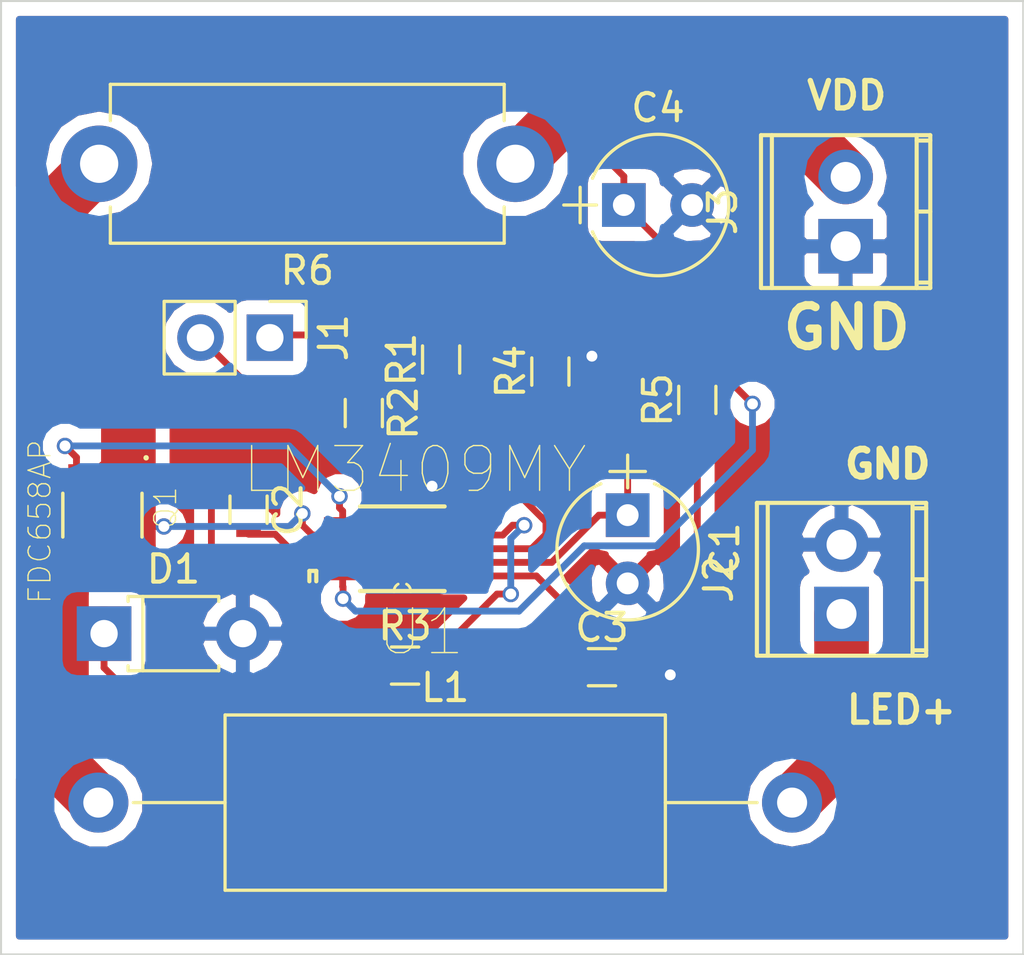
<source format=kicad_pcb>
(kicad_pcb (version 4) (host pcbnew 4.0.6-e0-6349~53~ubuntu16.04.1)

  (general
    (links 35)
    (no_connects 4)
    (area 139.924999 104.343618 177.575001 140.075001)
    (thickness 1.6)
    (drawings 8)
    (tracks 132)
    (zones 0)
    (modules 17)
    (nets 13)
  )

  (page A4)
  (layers
    (0 F.Cu signal)
    (31 B.Cu signal)
    (32 B.Adhes user hide)
    (33 F.Adhes user hide)
    (34 B.Paste user hide)
    (35 F.Paste user hide)
    (36 B.SilkS user hide)
    (37 F.SilkS user hide)
    (38 B.Mask user hide)
    (39 F.Mask user hide)
    (40 Dwgs.User user hide)
    (41 Cmts.User user hide)
    (42 Eco1.User user hide)
    (43 Eco2.User user hide)
    (44 Edge.Cuts user hide)
    (45 Margin user hide)
    (46 B.CrtYd user hide)
    (47 F.CrtYd user hide)
    (48 B.Fab user hide)
    (49 F.Fab user hide)
  )

  (setup
    (last_trace_width 0.25)
    (user_trace_width 2)
    (trace_clearance 0.2)
    (zone_clearance 0.508)
    (zone_45_only no)
    (trace_min 0.2)
    (segment_width 0.2)
    (edge_width 0.15)
    (via_size 0.6)
    (via_drill 0.4)
    (via_min_size 0.4)
    (via_min_drill 0.3)
    (uvia_size 0.3)
    (uvia_drill 0.1)
    (uvias_allowed no)
    (uvia_min_size 0.2)
    (uvia_min_drill 0.1)
    (pcb_text_width 0.3)
    (pcb_text_size 1.5 1.5)
    (mod_edge_width 0.15)
    (mod_text_size 1 1)
    (mod_text_width 0.15)
    (pad_size 1.524 1.524)
    (pad_drill 0.762)
    (pad_to_mask_clearance 0.2)
    (aux_axis_origin 0 0)
    (visible_elements FFFFFF7F)
    (pcbplotparams
      (layerselection 0x00030_80000001)
      (usegerberextensions false)
      (excludeedgelayer true)
      (linewidth 0.100000)
      (plotframeref false)
      (viasonmask false)
      (mode 1)
      (useauxorigin false)
      (hpglpennumber 1)
      (hpglpenspeed 20)
      (hpglpendiameter 15)
      (hpglpenoverlay 2)
      (psnegative false)
      (psa4output false)
      (plotreference true)
      (plotvalue true)
      (plotinvisibletext false)
      (padsonsilk false)
      (subtractmaskfromsilk false)
      (outputformat 1)
      (mirror false)
      (drillshape 0)
      (scaleselection 1)
      (outputdirectory Gerber&drills/))
  )

  (net 0 "")
  (net 1 "Net-(C1-Pad1)")
  (net 2 GND)
  (net 3 "Net-(C2-Pad1)")
  (net 4 /CSP)
  (net 5 /COFF)
  (net 6 "Net-(D1-Pad1)")
  (net 7 "Net-(J1-Pad1)")
  (net 8 "Net-(J1-Pad2)")
  (net 9 "Net-(J2-Pad1)")
  (net 10 /UVLO)
  (net 11 /CSN)
  (net 12 /PGATE)

  (net_class Default "This is the default net class."
    (clearance 0.2)
    (trace_width 0.25)
    (via_dia 0.6)
    (via_drill 0.4)
    (uvia_dia 0.3)
    (uvia_drill 0.1)
    (add_net /COFF)
    (add_net /CSN)
    (add_net /CSP)
    (add_net /PGATE)
    (add_net /UVLO)
    (add_net GND)
    (add_net "Net-(C1-Pad1)")
    (add_net "Net-(C2-Pad1)")
    (add_net "Net-(D1-Pad1)")
    (add_net "Net-(J1-Pad1)")
    (add_net "Net-(J1-Pad2)")
    (add_net "Net-(J2-Pad1)")
  )

  (module footprints:POWER_CONN (layer F.Cu) (tedit 5957B67E) (tstamp 58D55905)
    (at 170.81 127.49 90)
    (descr "2-way 2.54mm pitch terminal block, Phoenix MPT series")
    (path /58D56F37)
    (fp_text reference J2 (at 1.27 -4.50088 90) (layer F.SilkS)
      (effects (font (size 1 1) (thickness 0.15)))
    )
    (fp_text value Screw_Terminal_1x02 (at 1.524 4.318 90) (layer F.Fab)
      (effects (font (size 1 1) (thickness 0.15)))
    )
    (fp_line (start -1.7 -3.3) (end 4.3 -3.3) (layer F.CrtYd) (width 0.05))
    (fp_line (start -1.7 3.3) (end -1.7 -3.3) (layer F.CrtYd) (width 0.05))
    (fp_line (start 4.3 3.3) (end -1.7 3.3) (layer F.CrtYd) (width 0.05))
    (fp_line (start 4.3 -3.3) (end 4.3 3.3) (layer F.CrtYd) (width 0.05))
    (fp_line (start 4.06908 2.60096) (end -1.52908 2.60096) (layer F.SilkS) (width 0.15))
    (fp_line (start -1.33096 3.0988) (end -1.33096 2.60096) (layer F.SilkS) (width 0.15))
    (fp_line (start 3.87096 2.60096) (end 3.87096 3.0988) (layer F.SilkS) (width 0.15))
    (fp_line (start 1.27 3.0988) (end 1.27 2.60096) (layer F.SilkS) (width 0.15))
    (fp_line (start -1.52908 -2.70002) (end 4.06908 -2.70002) (layer F.SilkS) (width 0.15))
    (fp_line (start -1.52908 3.0988) (end 4.06908 3.0988) (layer F.SilkS) (width 0.15))
    (fp_line (start 4.06908 3.0988) (end 4.06908 -3.0988) (layer F.SilkS) (width 0.15))
    (fp_line (start 4.06908 -3.0988) (end -1.52908 -3.0988) (layer F.SilkS) (width 0.15))
    (fp_line (start -1.52908 -3.0988) (end -1.52908 3.0988) (layer F.SilkS) (width 0.15))
    (pad 2 thru_hole oval (at 2.54 0 90) (size 1.99898 1.99898) (drill 1.09728) (layers *.Cu *.Mask)
      (net 2 GND))
    (pad 1 thru_hole rect (at 0 0 90) (size 1.99898 1.99898) (drill 1.09728) (layers *.Cu *.Mask)
      (net 9 "Net-(J2-Pad1)"))
    (model Terminal_Blocks.3dshapes/TerminalBlock_Pheonix_MPT-2.54mm_2pol.wrl
      (at (xyz 0.05 0 0))
      (scale (xyz 1 1 1))
      (rotate (xyz 0 0 0))
    )
  )

  (module footprints:POWER_CONN (layer F.Cu) (tedit 5957B4B0) (tstamp 58D67EA7)
    (at 170.96 114.02 90)
    (descr "2-way 2.54mm pitch terminal block, Phoenix MPT series")
    (path /58D57063)
    (fp_text reference J3 (at 1.27 -4.50088 90) (layer F.SilkS)
      (effects (font (size 1 1) (thickness 0.15)))
    )
    (fp_text value Screw_Terminal_1x02 (at 1.524 4.318 90) (layer F.Fab)
      (effects (font (size 1 1) (thickness 0.15)))
    )
    (fp_line (start -1.7 -3.3) (end 4.3 -3.3) (layer F.CrtYd) (width 0.05))
    (fp_line (start -1.7 3.3) (end -1.7 -3.3) (layer F.CrtYd) (width 0.05))
    (fp_line (start 4.3 3.3) (end -1.7 3.3) (layer F.CrtYd) (width 0.05))
    (fp_line (start 4.3 -3.3) (end 4.3 3.3) (layer F.CrtYd) (width 0.05))
    (fp_line (start 4.06908 2.60096) (end -1.52908 2.60096) (layer F.SilkS) (width 0.15))
    (fp_line (start -1.33096 3.0988) (end -1.33096 2.60096) (layer F.SilkS) (width 0.15))
    (fp_line (start 3.87096 2.60096) (end 3.87096 3.0988) (layer F.SilkS) (width 0.15))
    (fp_line (start 1.27 3.0988) (end 1.27 2.60096) (layer F.SilkS) (width 0.15))
    (fp_line (start -1.52908 -2.70002) (end 4.06908 -2.70002) (layer F.SilkS) (width 0.15))
    (fp_line (start -1.52908 3.0988) (end 4.06908 3.0988) (layer F.SilkS) (width 0.15))
    (fp_line (start 4.06908 3.0988) (end 4.06908 -3.0988) (layer F.SilkS) (width 0.15))
    (fp_line (start 4.06908 -3.0988) (end -1.52908 -3.0988) (layer F.SilkS) (width 0.15))
    (fp_line (start -1.52908 -3.0988) (end -1.52908 3.0988) (layer F.SilkS) (width 0.15))
    (pad 2 thru_hole oval (at 2.54 0 90) (size 1.99898 1.99898) (drill 1.09728) (layers *.Cu *.Mask)
      (net 4 /CSP))
    (pad 1 thru_hole rect (at 0 0 90) (size 1.99898 1.99898) (drill 1.09728) (layers *.Cu *.Mask)
      (net 2 GND))
    (model Terminal_Blocks.3dshapes/TerminalBlock_Pheonix_MPT-2.54mm_2pol.wrl
      (at (xyz 0.05 0 0))
      (scale (xyz 1 1 1))
      (rotate (xyz 0 0 0))
    )
  )

  (module Pin_Headers:Pin_Header_Straight_1x02_Pitch2.54mm (layer F.Cu) (tedit 58CD4EC1) (tstamp 58D558F0)
    (at 149.88 117.37 270)
    (descr "Through hole straight pin header, 1x02, 2.54mm pitch, single row")
    (tags "Through hole pin header THT 1x02 2.54mm single row")
    (path /58D54198)
    (fp_text reference J1 (at 0 -2.33 270) (layer F.SilkS)
      (effects (font (size 1 1) (thickness 0.15)))
    )
    (fp_text value CONN_01X02 (at 0 4.87 270) (layer F.Fab)
      (effects (font (size 1 1) (thickness 0.15)))
    )
    (fp_line (start -1.27 -1.27) (end -1.27 3.81) (layer F.Fab) (width 0.1))
    (fp_line (start -1.27 3.81) (end 1.27 3.81) (layer F.Fab) (width 0.1))
    (fp_line (start 1.27 3.81) (end 1.27 -1.27) (layer F.Fab) (width 0.1))
    (fp_line (start 1.27 -1.27) (end -1.27 -1.27) (layer F.Fab) (width 0.1))
    (fp_line (start -1.33 1.27) (end -1.33 3.87) (layer F.SilkS) (width 0.12))
    (fp_line (start -1.33 3.87) (end 1.33 3.87) (layer F.SilkS) (width 0.12))
    (fp_line (start 1.33 3.87) (end 1.33 1.27) (layer F.SilkS) (width 0.12))
    (fp_line (start 1.33 1.27) (end -1.33 1.27) (layer F.SilkS) (width 0.12))
    (fp_line (start -1.33 0) (end -1.33 -1.33) (layer F.SilkS) (width 0.12))
    (fp_line (start -1.33 -1.33) (end 0 -1.33) (layer F.SilkS) (width 0.12))
    (fp_line (start -1.8 -1.8) (end -1.8 4.35) (layer F.CrtYd) (width 0.05))
    (fp_line (start -1.8 4.35) (end 1.8 4.35) (layer F.CrtYd) (width 0.05))
    (fp_line (start 1.8 4.35) (end 1.8 -1.8) (layer F.CrtYd) (width 0.05))
    (fp_line (start 1.8 -1.8) (end -1.8 -1.8) (layer F.CrtYd) (width 0.05))
    (fp_text user %R (at 0 -2.33 270) (layer F.Fab)
      (effects (font (size 1 1) (thickness 0.15)))
    )
    (pad 1 thru_hole rect (at 0 0 270) (size 1.7 1.7) (drill 1) (layers *.Cu *.Mask)
      (net 7 "Net-(J1-Pad1)"))
    (pad 2 thru_hole oval (at 0 2.54 270) (size 1.7 1.7) (drill 1) (layers *.Cu *.Mask)
      (net 8 "Net-(J1-Pad2)"))
    (model ${KISYS3DMOD}/Pin_Headers.3dshapes/Pin_Header_Straight_1x02_Pitch2.54mm.wrl
      (at (xyz 0 -0.05 0))
      (scale (xyz 1 1 1))
      (rotate (xyz 0 0 90))
    )
  )

  (module Inductors_THT:L_Axial_L16.0mm_D6.3mm_P25.40mm_Horizontal_Fastron_VHBCC (layer F.Cu) (tedit 587E3FCE) (tstamp 58D5591B)
    (at 143.6 134.4)
    (descr "L, Axial series, Axial, Horizontal, pin pitch=25.4mm, , length*diameter=16*6.3mm^2, Fastron, VHBCC, http://www.fastrongroup.com/image-show/25/VHBCC.pdf?type=Complete-DataSheet&productType=series")
    (tags "L Axial series Axial Horizontal pin pitch 25.4mm  length 16mm diameter 6.3mm Fastron VHBCC")
    (path /58D55176)
    (fp_text reference L1 (at 12.7 -4.21) (layer F.SilkS)
      (effects (font (size 1 1) (thickness 0.15)))
    )
    (fp_text value 15uH (at 12.7 4.21) (layer F.Fab)
      (effects (font (size 1 1) (thickness 0.15)))
    )
    (fp_line (start 4.7 -3.15) (end 4.7 3.15) (layer F.Fab) (width 0.1))
    (fp_line (start 4.7 3.15) (end 20.7 3.15) (layer F.Fab) (width 0.1))
    (fp_line (start 20.7 3.15) (end 20.7 -3.15) (layer F.Fab) (width 0.1))
    (fp_line (start 20.7 -3.15) (end 4.7 -3.15) (layer F.Fab) (width 0.1))
    (fp_line (start 0 0) (end 4.7 0) (layer F.Fab) (width 0.1))
    (fp_line (start 25.4 0) (end 20.7 0) (layer F.Fab) (width 0.1))
    (fp_line (start 4.64 -3.21) (end 4.64 3.21) (layer F.SilkS) (width 0.12))
    (fp_line (start 4.64 3.21) (end 20.76 3.21) (layer F.SilkS) (width 0.12))
    (fp_line (start 20.76 3.21) (end 20.76 -3.21) (layer F.SilkS) (width 0.12))
    (fp_line (start 20.76 -3.21) (end 4.64 -3.21) (layer F.SilkS) (width 0.12))
    (fp_line (start 1.28 0) (end 4.64 0) (layer F.SilkS) (width 0.12))
    (fp_line (start 24.12 0) (end 20.76 0) (layer F.SilkS) (width 0.12))
    (fp_line (start -1.35 -3.5) (end -1.35 3.5) (layer F.CrtYd) (width 0.05))
    (fp_line (start -1.35 3.5) (end 26.75 3.5) (layer F.CrtYd) (width 0.05))
    (fp_line (start 26.75 3.5) (end 26.75 -3.5) (layer F.CrtYd) (width 0.05))
    (fp_line (start 26.75 -3.5) (end -1.35 -3.5) (layer F.CrtYd) (width 0.05))
    (pad 1 thru_hole circle (at 0 0) (size 2.2 2.2) (drill 1.1) (layers *.Cu *.Mask)
      (net 6 "Net-(D1-Pad1)"))
    (pad 2 thru_hole oval (at 25.4 0) (size 2.2 2.2) (drill 1.1) (layers *.Cu *.Mask)
      (net 9 "Net-(J2-Pad1)"))
    (model Inductors_THT.3dshapes/L_Axial_L16.0mm_D6.3mm_P25.40mm_Horizontal_Fastron_VHBCC.wrl
      (at (xyz 0 0 0))
      (scale (xyz 0.393701 0.393701 0.393701))
      (rotate (xyz 0 0 0))
    )
  )

  (module footprints:SOT95P280X110-6N (layer F.Cu) (tedit 0) (tstamp 58D55A4D)
    (at 143.75 123.87 270)
    (path /58D5564B)
    (solder_mask_margin 0.1)
    (attr smd)
    (fp_text reference Q1 (at -0.268 -2.308 270) (layer F.SilkS)
      (effects (font (size 0.8 0.8) (thickness 0.05)))
    )
    (fp_text value FDC658AP (at 0.24 2.292 270) (layer F.SilkS)
      (effects (font (size 0.8 0.8) (thickness 0.05)))
    )
    (fp_line (start -0.8 -1.45) (end 0.8 -1.45) (layer F.SilkS) (width 0.127))
    (fp_line (start 0.8 -1.45) (end 0.8 1.45) (layer Dwgs.User) (width 0.127))
    (fp_line (start 0.8 1.45) (end -0.8 1.45) (layer F.SilkS) (width 0.127))
    (fp_line (start -0.8 1.45) (end -0.8 -1.45) (layer Dwgs.User) (width 0.127))
    (fp_line (start -2.25 -1.75) (end 2.25 -1.75) (layer Dwgs.User) (width 0.05))
    (fp_line (start 2.25 -1.75) (end 2.25 1.75) (layer Dwgs.User) (width 0.05))
    (fp_line (start 2.25 1.75) (end -2.25 1.75) (layer Dwgs.User) (width 0.05))
    (fp_line (start -2.25 1.75) (end -2.25 -1.75) (layer Dwgs.User) (width 0.05))
    (fp_circle (center -2.1 -1.6) (end -2.05 -1.6) (layer F.SilkS) (width 0.1))
    (pad 1 smd rect (at -1.165 -0.95 270) (size 1.4 0.6) (layers F.Cu F.Paste F.Mask)
      (net 11 /CSN) (solder_mask_margin 0.2))
    (pad 2 smd rect (at -1.165 0 270) (size 1.4 0.6) (layers F.Cu F.Paste F.Mask)
      (net 11 /CSN) (solder_mask_margin 0.2))
    (pad 3 smd rect (at -1.165 0.95 270) (size 1.4 0.6) (layers F.Cu F.Paste F.Mask)
      (net 12 /PGATE) (solder_mask_margin 0.2))
    (pad 6 smd rect (at 1.165 -0.95 270) (size 1.4 0.6) (layers F.Cu F.Paste F.Mask)
      (net 11 /CSN) (solder_mask_margin 0.2))
    (pad 5 smd rect (at 1.165 0 270) (size 1.4 0.6) (layers F.Cu F.Paste F.Mask)
      (net 11 /CSN) (solder_mask_margin 0.2))
    (pad 4 smd rect (at 1.165 0.95 270) (size 1.4 0.6) (layers F.Cu F.Paste F.Mask)
      (net 6 "Net-(D1-Pad1)") (solder_mask_margin 0.2))
  )

  (module footprints:LM3409 (layer F.Cu) (tedit 0) (tstamp 58D60330)
    (at 154.73 125.1 180)
    (path /58D53E76)
    (solder_mask_margin 0.1)
    (attr smd)
    (fp_text reference U1 (at -0.6858 -3.048 180) (layer F.SilkS)
      (effects (font (size 1.64 1.64) (thickness 0.05)))
    )
    (fp_text value LM3409MY (at -0.4572 2.8956 180) (layer F.SilkS)
      (effects (font (size 1.64 1.64) (thickness 0.05)))
    )
    (fp_line (start -1.5494 -0.8382) (end -1.5494 -1.1684) (layer Dwgs.User) (width 0.1524))
    (fp_line (start -1.5494 -1.1684) (end -2.54 -1.1684) (layer Dwgs.User) (width 0.1524))
    (fp_line (start -2.54 -1.1684) (end -2.54 -0.8382) (layer Dwgs.User) (width 0.1524))
    (fp_line (start -2.54 -0.8382) (end -1.5494 -0.8382) (layer Dwgs.User) (width 0.1524))
    (fp_line (start -1.5494 -0.3302) (end -1.5494 -0.6604) (layer Dwgs.User) (width 0.1524))
    (fp_line (start -1.5494 -0.6604) (end -2.54 -0.6604) (layer Dwgs.User) (width 0.1524))
    (fp_line (start -2.54 -0.6604) (end -2.54 -0.3302) (layer Dwgs.User) (width 0.1524))
    (fp_line (start -2.54 -0.3302) (end -1.5494 -0.3302) (layer Dwgs.User) (width 0.1524))
    (fp_line (start -1.5494 0.1524) (end -1.5494 -0.1524) (layer Dwgs.User) (width 0.1524))
    (fp_line (start -1.5494 -0.1524) (end -2.54 -0.1524) (layer Dwgs.User) (width 0.1524))
    (fp_line (start -2.54 -0.1524) (end -2.54 0.1778) (layer Dwgs.User) (width 0.1524))
    (fp_line (start -2.54 0.1778) (end -1.5494 0.1524) (layer Dwgs.User) (width 0.1524))
    (fp_line (start -1.5494 0.6604) (end -1.5494 0.3302) (layer Dwgs.User) (width 0.1524))
    (fp_line (start -1.5494 0.3302) (end -2.54 0.3302) (layer Dwgs.User) (width 0.1524))
    (fp_line (start -2.54 0.3302) (end -2.54 0.6604) (layer Dwgs.User) (width 0.1524))
    (fp_line (start -2.54 0.6604) (end -1.5494 0.6604) (layer Dwgs.User) (width 0.1524))
    (fp_line (start -1.5494 1.1684) (end -1.5494 0.8382) (layer Dwgs.User) (width 0.1524))
    (fp_line (start -1.5494 0.8382) (end -2.54 0.8382) (layer Dwgs.User) (width 0.1524))
    (fp_line (start -2.54 0.8382) (end -2.5146 1.1684) (layer Dwgs.User) (width 0.1524))
    (fp_line (start -2.5146 1.1684) (end -1.5494 1.1684) (layer Dwgs.User) (width 0.1524))
    (fp_line (start 1.5494 0.8382) (end 1.5494 1.1684) (layer Dwgs.User) (width 0.1524))
    (fp_line (start 1.5494 1.1684) (end 2.54 1.1684) (layer Dwgs.User) (width 0.1524))
    (fp_line (start 2.54 1.1684) (end 2.54 0.8382) (layer Dwgs.User) (width 0.1524))
    (fp_line (start 2.54 0.8382) (end 1.5494 0.8382) (layer Dwgs.User) (width 0.1524))
    (fp_line (start 1.5494 0.3302) (end 1.5494 0.6604) (layer Dwgs.User) (width 0.1524))
    (fp_line (start 1.5494 0.6604) (end 2.54 0.6604) (layer Dwgs.User) (width 0.1524))
    (fp_line (start 2.54 0.6604) (end 2.54 0.3302) (layer Dwgs.User) (width 0.1524))
    (fp_line (start 2.54 0.3302) (end 1.5494 0.3302) (layer Dwgs.User) (width 0.1524))
    (fp_line (start 1.5494 -0.1524) (end 1.5494 0.1524) (layer Dwgs.User) (width 0.1524))
    (fp_line (start 1.5494 0.1524) (end 2.54 0.1524) (layer Dwgs.User) (width 0.1524))
    (fp_line (start 2.54 0.1524) (end 2.54 -0.1778) (layer Dwgs.User) (width 0.1524))
    (fp_line (start 2.54 -0.1778) (end 1.5494 -0.1524) (layer Dwgs.User) (width 0.1524))
    (fp_line (start 1.5494 -0.6604) (end 1.5494 -0.3302) (layer Dwgs.User) (width 0.1524))
    (fp_line (start 1.5494 -0.3302) (end 2.54 -0.3302) (layer Dwgs.User) (width 0.1524))
    (fp_line (start 2.54 -0.3302) (end 2.54 -0.6604) (layer Dwgs.User) (width 0.1524))
    (fp_line (start 2.54 -0.6604) (end 1.5494 -0.6604) (layer Dwgs.User) (width 0.1524))
    (fp_line (start 1.5494 -1.1684) (end 1.5494 -0.8382) (layer Dwgs.User) (width 0.1524))
    (fp_line (start 1.5494 -0.8382) (end 2.54 -0.8382) (layer Dwgs.User) (width 0.1524))
    (fp_line (start 2.54 -0.8382) (end 2.54 -1.1684) (layer Dwgs.User) (width 0.1524))
    (fp_line (start 2.54 -1.1684) (end 1.5494 -1.1684) (layer Dwgs.User) (width 0.1524))
    (fp_line (start -1.5494 1.5494) (end 1.5494 1.5494) (layer Dwgs.User) (width 0.1524))
    (fp_line (start 1.5494 1.5494) (end 1.5494 -1.5494) (layer Dwgs.User) (width 0.1524))
    (fp_line (start 1.5494 -1.5494) (end 0.3048 -1.5494) (layer Dwgs.User) (width 0.1524))
    (fp_line (start 0.3048 -1.5494) (end -0.3048 -1.5494) (layer Dwgs.User) (width 0.1524))
    (fp_line (start -0.3048 -1.5494) (end -1.5494 -1.5494) (layer Dwgs.User) (width 0.1524))
    (fp_line (start -1.5494 -1.5494) (end -1.5494 1.5494) (layer Dwgs.User) (width 0.1524))
    (fp_arc (start 0 -1.5494) (end -0.3048 -1.5494) (angle -180) (layer Dwgs.User) (width 0))
    (fp_line (start -1.5494 1.5494) (end 1.5494 1.5494) (layer F.SilkS) (width 0.1524))
    (fp_line (start 1.5494 -1.5494) (end 0.3048 -1.5494) (layer F.SilkS) (width 0.1524))
    (fp_line (start 0.3048 -1.5494) (end -0.3048 -1.5494) (layer F.SilkS) (width 0.1524))
    (fp_line (start -0.3048 -1.5494) (end -1.5494 -1.5494) (layer F.SilkS) (width 0.1524))
    (fp_arc (start 0.00863 -1.55438) (end 0.1524 -1.2954) (angle -60) (layer F.SilkS) (width 0))
    (fp_arc (start -0.00863 -1.55438) (end -0.3048 -1.5494) (angle -60) (layer F.SilkS) (width 0))
    (fp_line (start 3.4036 -1.1938) (end 3.4036 -0.8128) (layer F.SilkS) (width 0.1524))
    (fp_line (start 3.4036 -0.8128) (end 3.1496 -0.8128) (layer F.SilkS) (width 0.1524))
    (fp_line (start 3.1496 -0.8128) (end 3.1496 -1.1938) (layer F.SilkS) (width 0.1524))
    (pad 1 smd rect (at -2.1844 -0.9906 180) (size 1.3716 0.3302) (layers F.Cu F.Paste F.Mask)
      (net 10 /UVLO) (solder_mask_margin 0.2))
    (pad 2 smd rect (at -2.1844 -0.508 180) (size 1.3716 0.3302) (layers F.Cu F.Paste F.Mask)
      (net 1 "Net-(C1-Pad1)") (solder_mask_margin 0.2))
    (pad 3 smd rect (at -2.1844 0 180) (size 1.3716 0.3302) (layers F.Cu F.Paste F.Mask)
      (net 8 "Net-(J1-Pad2)") (solder_mask_margin 0.2))
    (pad 4 smd rect (at -2.1844 0.508 180) (size 1.3716 0.3302) (layers F.Cu F.Paste F.Mask)
      (net 5 /COFF) (solder_mask_margin 0.2))
    (pad 5 smd rect (at -2.1844 0.9906 180) (size 1.3716 0.3302) (layers F.Cu F.Paste F.Mask)
      (net 2 GND) (solder_mask_margin 0.2))
    (pad 6 smd rect (at 2.1844 0.9906 180) (size 1.3716 0.3302) (layers F.Cu F.Paste F.Mask)
      (net 12 /PGATE) (solder_mask_margin 0.2))
    (pad 7 smd rect (at 2.1844 0.508 180) (size 1.3716 0.3302) (layers F.Cu F.Paste F.Mask)
      (net 11 /CSN) (solder_mask_margin 0.2))
    (pad 8 smd rect (at 2.1844 0 180) (size 1.3716 0.3302) (layers F.Cu F.Paste F.Mask)
      (net 4 /CSP) (solder_mask_margin 0.2))
    (pad 9 smd rect (at 2.1844 -0.508 180) (size 1.3716 0.3302) (layers F.Cu F.Paste F.Mask)
      (net 3 "Net-(C2-Pad1)") (solder_mask_margin 0.2))
    (pad 10 smd rect (at 2.1844 -0.9906 180) (size 1.3716 0.3302) (layers F.Cu F.Paste F.Mask)
      (net 4 /CSP) (solder_mask_margin 0.2))
    (pad 11 smd rect (at 0 0 180) (size 1.7272 1.905) (layers F.Cu F.Paste F.Mask)
      (net 2 GND) (solder_mask_margin 0.2))
  )

  (module Capacitors_THT:CP_Radial_Tantal_D5.0mm_P2.50mm (layer F.Cu) (tedit 58765D06) (tstamp 58D557DF)
    (at 162.98 123.87 270)
    (descr "CP, Radial_Tantal series, Radial, pin pitch=2.50mm, , diameter=5.0mm, Tantal Electrolytic Capacitor, http://cdn-reichelt.de/documents/datenblatt/B300/TANTAL-TB-Serie%23.pdf")
    (tags "CP Radial_Tantal series Radial pin pitch 2.50mm  diameter 5.0mm Tantal Electrolytic Capacitor")
    (path /58D5656D)
    (fp_text reference C1 (at 1.25 -3.56 270) (layer F.SilkS)
      (effects (font (size 1 1) (thickness 0.15)))
    )
    (fp_text value 1uF (at 1.25 3.56 270) (layer F.Fab)
      (effects (font (size 1 1) (thickness 0.15)))
    )
    (fp_arc (start 1.25 0) (end -1.147436 -0.98) (angle 135.5) (layer F.SilkS) (width 0.12))
    (fp_arc (start 1.25 0) (end -1.147436 0.98) (angle -135.5) (layer F.SilkS) (width 0.12))
    (fp_arc (start 1.25 0) (end 3.647436 -0.98) (angle 44.5) (layer F.SilkS) (width 0.12))
    (fp_circle (center 1.25 0) (end 3.75 0) (layer F.Fab) (width 0.1))
    (fp_line (start -2.2 0) (end -1 0) (layer F.Fab) (width 0.1))
    (fp_line (start -1.6 -0.65) (end -1.6 0.65) (layer F.Fab) (width 0.1))
    (fp_line (start -2.2 0) (end -1 0) (layer F.SilkS) (width 0.12))
    (fp_line (start -1.6 -0.65) (end -1.6 0.65) (layer F.SilkS) (width 0.12))
    (fp_line (start -1.6 -2.85) (end -1.6 2.85) (layer F.CrtYd) (width 0.05))
    (fp_line (start -1.6 2.85) (end 4.1 2.85) (layer F.CrtYd) (width 0.05))
    (fp_line (start 4.1 2.85) (end 4.1 -2.85) (layer F.CrtYd) (width 0.05))
    (fp_line (start 4.1 -2.85) (end -1.6 -2.85) (layer F.CrtYd) (width 0.05))
    (pad 1 thru_hole rect (at 0 0 270) (size 1.6 1.6) (drill 0.8) (layers *.Cu *.Mask)
      (net 1 "Net-(C1-Pad1)"))
    (pad 2 thru_hole circle (at 2.5 0 270) (size 1.6 1.6) (drill 0.8) (layers *.Cu *.Mask)
      (net 2 GND))
    (model Capacitors_THT.3dshapes/CP_Radial_Tantal_D5.0mm_P2.50mm.wrl
      (at (xyz 0 0 0))
      (scale (xyz 0.393701 0.393701 0.393701))
      (rotate (xyz 0 0 0))
    )
  )

  (module Capacitors_THT:CP_Radial_Tantal_D5.0mm_P2.50mm (layer F.Cu) (tedit 58765D06) (tstamp 58D558C8)
    (at 162.84 112.51)
    (descr "CP, Radial_Tantal series, Radial, pin pitch=2.50mm, , diameter=5.0mm, Tantal Electrolytic Capacitor, http://cdn-reichelt.de/documents/datenblatt/B300/TANTAL-TB-Serie%23.pdf")
    (tags "CP Radial_Tantal series Radial pin pitch 2.50mm  diameter 5.0mm Tantal Electrolytic Capacitor")
    (path /58D559B3)
    (fp_text reference C4 (at 1.25 -3.56) (layer F.SilkS)
      (effects (font (size 1 1) (thickness 0.15)))
    )
    (fp_text value 30uF (at 1.25 3.56) (layer F.Fab)
      (effects (font (size 1 1) (thickness 0.15)))
    )
    (fp_arc (start 1.25 0) (end -1.147436 -0.98) (angle 135.5) (layer F.SilkS) (width 0.12))
    (fp_arc (start 1.25 0) (end -1.147436 0.98) (angle -135.5) (layer F.SilkS) (width 0.12))
    (fp_arc (start 1.25 0) (end 3.647436 -0.98) (angle 44.5) (layer F.SilkS) (width 0.12))
    (fp_circle (center 1.25 0) (end 3.75 0) (layer F.Fab) (width 0.1))
    (fp_line (start -2.2 0) (end -1 0) (layer F.Fab) (width 0.1))
    (fp_line (start -1.6 -0.65) (end -1.6 0.65) (layer F.Fab) (width 0.1))
    (fp_line (start -2.2 0) (end -1 0) (layer F.SilkS) (width 0.12))
    (fp_line (start -1.6 -0.65) (end -1.6 0.65) (layer F.SilkS) (width 0.12))
    (fp_line (start -1.6 -2.85) (end -1.6 2.85) (layer F.CrtYd) (width 0.05))
    (fp_line (start -1.6 2.85) (end 4.1 2.85) (layer F.CrtYd) (width 0.05))
    (fp_line (start 4.1 2.85) (end 4.1 -2.85) (layer F.CrtYd) (width 0.05))
    (fp_line (start 4.1 -2.85) (end -1.6 -2.85) (layer F.CrtYd) (width 0.05))
    (pad 1 thru_hole rect (at 0 0) (size 1.6 1.6) (drill 0.8) (layers *.Cu *.Mask)
      (net 4 /CSP))
    (pad 2 thru_hole circle (at 2.5 0) (size 1.6 1.6) (drill 0.8) (layers *.Cu *.Mask)
      (net 2 GND))
    (model Capacitors_THT.3dshapes/CP_Radial_Tantal_D5.0mm_P2.50mm.wrl
      (at (xyz 0 0 0))
      (scale (xyz 0.393701 0.393701 0.393701))
      (rotate (xyz 0 0 0))
    )
  )

  (module Diodes_THT:D_T-1_P5.08mm_Horizontal (layer F.Cu) (tedit 5877C982) (tstamp 58D558DB)
    (at 143.81 128.21)
    (descr "D, T-1 series, Axial, Horizontal, pin pitch=5.08mm, , length*diameter=3.2*2.6mm^2, , http://www.diodes.com/_files/packages/T-1.pdf")
    (tags "D T-1 series Axial Horizontal pin pitch 5.08mm  length 3.2mm diameter 2.6mm")
    (path /58D551BE)
    (fp_text reference D1 (at 2.54 -2.36) (layer F.SilkS)
      (effects (font (size 1 1) (thickness 0.15)))
    )
    (fp_text value SCHOTTKY (at 2.54 2.36) (layer F.Fab)
      (effects (font (size 1 1) (thickness 0.15)))
    )
    (fp_line (start 0.94 -1.3) (end 0.94 1.3) (layer F.Fab) (width 0.1))
    (fp_line (start 0.94 1.3) (end 4.14 1.3) (layer F.Fab) (width 0.1))
    (fp_line (start 4.14 1.3) (end 4.14 -1.3) (layer F.Fab) (width 0.1))
    (fp_line (start 4.14 -1.3) (end 0.94 -1.3) (layer F.Fab) (width 0.1))
    (fp_line (start 0 0) (end 0.94 0) (layer F.Fab) (width 0.1))
    (fp_line (start 5.08 0) (end 4.14 0) (layer F.Fab) (width 0.1))
    (fp_line (start 1.42 -1.3) (end 1.42 1.3) (layer F.Fab) (width 0.1))
    (fp_line (start 0.88 -1.18) (end 0.88 -1.36) (layer F.SilkS) (width 0.12))
    (fp_line (start 0.88 -1.36) (end 4.2 -1.36) (layer F.SilkS) (width 0.12))
    (fp_line (start 4.2 -1.36) (end 4.2 -1.18) (layer F.SilkS) (width 0.12))
    (fp_line (start 0.88 1.18) (end 0.88 1.36) (layer F.SilkS) (width 0.12))
    (fp_line (start 0.88 1.36) (end 4.2 1.36) (layer F.SilkS) (width 0.12))
    (fp_line (start 4.2 1.36) (end 4.2 1.18) (layer F.SilkS) (width 0.12))
    (fp_line (start 1.42 -1.36) (end 1.42 1.36) (layer F.SilkS) (width 0.12))
    (fp_line (start -1.25 -1.65) (end -1.25 1.65) (layer F.CrtYd) (width 0.05))
    (fp_line (start -1.25 1.65) (end 6.35 1.65) (layer F.CrtYd) (width 0.05))
    (fp_line (start 6.35 1.65) (end 6.35 -1.65) (layer F.CrtYd) (width 0.05))
    (fp_line (start 6.35 -1.65) (end -1.25 -1.65) (layer F.CrtYd) (width 0.05))
    (pad 1 thru_hole rect (at 0 0) (size 2 2) (drill 1) (layers *.Cu *.Mask)
      (net 6 "Net-(D1-Pad1)"))
    (pad 2 thru_hole oval (at 5.08 0) (size 2 2) (drill 1) (layers *.Cu *.Mask)
      (net 2 GND))
    (model Diodes_THT.3dshapes/D_T-1_P5.08mm_Horizontal.wrl
      (at (xyz 0 0 0))
      (scale (xyz 0.393701 0.393701 0.393701))
      (rotate (xyz 0 0 0))
    )
  )

  (module Resistors_THT:R_Axial_DIN0614_L14.3mm_D5.7mm_P15.24mm_Horizontal (layer F.Cu) (tedit 5874F706) (tstamp 58D55993)
    (at 158.87 111 180)
    (descr "Resistor, Axial_DIN0614 series, Axial, Horizontal, pin pitch=15.24mm, 1.5W, length*diameter=14.3*5.7mm^2")
    (tags "Resistor Axial_DIN0614 series Axial Horizontal pin pitch 15.24mm 1.5W length 14.3mm diameter 5.7mm")
    (path /58D55809)
    (fp_text reference R6 (at 7.62 -3.91 180) (layer F.SilkS)
      (effects (font (size 1 1) (thickness 0.15)))
    )
    (fp_text value 0.1R (at 7.62 3.91 180) (layer F.Fab)
      (effects (font (size 1 1) (thickness 0.15)))
    )
    (fp_line (start 0.47 -2.85) (end 0.47 2.85) (layer F.Fab) (width 0.1))
    (fp_line (start 0.47 2.85) (end 14.77 2.85) (layer F.Fab) (width 0.1))
    (fp_line (start 14.77 2.85) (end 14.77 -2.85) (layer F.Fab) (width 0.1))
    (fp_line (start 14.77 -2.85) (end 0.47 -2.85) (layer F.Fab) (width 0.1))
    (fp_line (start 0 0) (end 0.47 0) (layer F.Fab) (width 0.1))
    (fp_line (start 15.24 0) (end 14.77 0) (layer F.Fab) (width 0.1))
    (fp_line (start 0.41 -1.58) (end 0.41 -2.91) (layer F.SilkS) (width 0.12))
    (fp_line (start 0.41 -2.91) (end 14.83 -2.91) (layer F.SilkS) (width 0.12))
    (fp_line (start 14.83 -2.91) (end 14.83 -1.58) (layer F.SilkS) (width 0.12))
    (fp_line (start 0.41 1.58) (end 0.41 2.91) (layer F.SilkS) (width 0.12))
    (fp_line (start 0.41 2.91) (end 14.83 2.91) (layer F.SilkS) (width 0.12))
    (fp_line (start 14.83 2.91) (end 14.83 1.58) (layer F.SilkS) (width 0.12))
    (fp_line (start -1.65 -3.2) (end -1.65 3.2) (layer F.CrtYd) (width 0.05))
    (fp_line (start -1.65 3.2) (end 16.9 3.2) (layer F.CrtYd) (width 0.05))
    (fp_line (start 16.9 3.2) (end 16.9 -3.2) (layer F.CrtYd) (width 0.05))
    (fp_line (start 16.9 -3.2) (end -1.65 -3.2) (layer F.CrtYd) (width 0.05))
    (pad 1 thru_hole circle (at 0 0 180) (size 2.8 2.8) (drill 1.4) (layers *.Cu *.Mask)
      (net 4 /CSP))
    (pad 2 thru_hole oval (at 15.24 0 180) (size 2.8 2.8) (drill 1.4) (layers *.Cu *.Mask)
      (net 11 /CSN))
    (model Resistors_THT.3dshapes/R_Axial_DIN0614_L14.3mm_D5.7mm_P15.24mm_Horizontal.wrl
      (at (xyz 0 0 0))
      (scale (xyz 0.393701 0.393701 0.393701))
      (rotate (xyz 0 0 0))
    )
  )

  (module Resistors_SMD:R_0603 (layer F.Cu) (tedit 58E0A804) (tstamp 58D5597F)
    (at 165.53 119.65 90)
    (descr "Resistor SMD 0603, reflow soldering, Vishay (see dcrcw.pdf)")
    (tags "resistor 0603")
    (path /58D54CCF)
    (attr smd)
    (fp_text reference R5 (at 0 -1.45 90) (layer F.SilkS)
      (effects (font (size 1 1) (thickness 0.15)))
    )
    (fp_text value 15K (at 0 1.5 90) (layer F.Fab)
      (effects (font (size 1 1) (thickness 0.15)))
    )
    (fp_text user %R (at 0 0 90) (layer F.Fab)
      (effects (font (size 0.5 0.5) (thickness 0.075)))
    )
    (fp_line (start -0.8 0.4) (end -0.8 -0.4) (layer F.Fab) (width 0.1))
    (fp_line (start 0.8 0.4) (end -0.8 0.4) (layer F.Fab) (width 0.1))
    (fp_line (start 0.8 -0.4) (end 0.8 0.4) (layer F.Fab) (width 0.1))
    (fp_line (start -0.8 -0.4) (end 0.8 -0.4) (layer F.Fab) (width 0.1))
    (fp_line (start 0.5 0.68) (end -0.5 0.68) (layer F.SilkS) (width 0.12))
    (fp_line (start -0.5 -0.68) (end 0.5 -0.68) (layer F.SilkS) (width 0.12))
    (fp_line (start -1.25 -0.7) (end 1.25 -0.7) (layer F.CrtYd) (width 0.05))
    (fp_line (start -1.25 -0.7) (end -1.25 0.7) (layer F.CrtYd) (width 0.05))
    (fp_line (start 1.25 0.7) (end 1.25 -0.7) (layer F.CrtYd) (width 0.05))
    (fp_line (start 1.25 0.7) (end -1.25 0.7) (layer F.CrtYd) (width 0.05))
    (pad 1 smd rect (at -0.75 0 90) (size 0.5 0.9) (layers F.Cu F.Paste F.Mask)
      (net 10 /UVLO))
    (pad 2 smd rect (at 0.75 0 90) (size 0.5 0.9) (layers F.Cu F.Paste F.Mask)
      (net 4 /CSP))
    (model ${KISYS3DMOD}/Resistors_SMD.3dshapes/R_0603.wrl
      (at (xyz 0 0 0))
      (scale (xyz 1 1 1))
      (rotate (xyz 0 0 0))
    )
  )

  (module Resistors_SMD:R_0603 (layer F.Cu) (tedit 58E0A804) (tstamp 58D5596B)
    (at 160.15 118.61 90)
    (descr "Resistor SMD 0603, reflow soldering, Vishay (see dcrcw.pdf)")
    (tags "resistor 0603")
    (path /58D54C6B)
    (attr smd)
    (fp_text reference R4 (at 0 -1.45 90) (layer F.SilkS)
      (effects (font (size 1 1) (thickness 0.15)))
    )
    (fp_text value 1K8 (at 0 1.5 90) (layer F.Fab)
      (effects (font (size 1 1) (thickness 0.15)))
    )
    (fp_text user %R (at 0 0 90) (layer F.Fab)
      (effects (font (size 0.5 0.5) (thickness 0.075)))
    )
    (fp_line (start -0.8 0.4) (end -0.8 -0.4) (layer F.Fab) (width 0.1))
    (fp_line (start 0.8 0.4) (end -0.8 0.4) (layer F.Fab) (width 0.1))
    (fp_line (start 0.8 -0.4) (end 0.8 0.4) (layer F.Fab) (width 0.1))
    (fp_line (start -0.8 -0.4) (end 0.8 -0.4) (layer F.Fab) (width 0.1))
    (fp_line (start 0.5 0.68) (end -0.5 0.68) (layer F.SilkS) (width 0.12))
    (fp_line (start -0.5 -0.68) (end 0.5 -0.68) (layer F.SilkS) (width 0.12))
    (fp_line (start -1.25 -0.7) (end 1.25 -0.7) (layer F.CrtYd) (width 0.05))
    (fp_line (start -1.25 -0.7) (end -1.25 0.7) (layer F.CrtYd) (width 0.05))
    (fp_line (start 1.25 0.7) (end 1.25 -0.7) (layer F.CrtYd) (width 0.05))
    (fp_line (start 1.25 0.7) (end -1.25 0.7) (layer F.CrtYd) (width 0.05))
    (pad 1 smd rect (at -0.75 0 90) (size 0.5 0.9) (layers F.Cu F.Paste F.Mask)
      (net 10 /UVLO))
    (pad 2 smd rect (at 0.75 0 90) (size 0.5 0.9) (layers F.Cu F.Paste F.Mask)
      (net 2 GND))
    (model ${KISYS3DMOD}/Resistors_SMD.3dshapes/R_0603.wrl
      (at (xyz 0 0 0))
      (scale (xyz 1 1 1))
      (rotate (xyz 0 0 0))
    )
  )

  (module Resistors_SMD:R_0603 (layer F.Cu) (tedit 58E0A804) (tstamp 58D55957)
    (at 154.83 129.38)
    (descr "Resistor SMD 0603, reflow soldering, Vishay (see dcrcw.pdf)")
    (tags "resistor 0603")
    (path /58D55135)
    (attr smd)
    (fp_text reference R3 (at 0 -1.45) (layer F.SilkS)
      (effects (font (size 1 1) (thickness 0.15)))
    )
    (fp_text value 3K9 (at 0 1.5) (layer F.Fab)
      (effects (font (size 1 1) (thickness 0.15)))
    )
    (fp_text user %R (at 0 0) (layer F.Fab)
      (effects (font (size 0.5 0.5) (thickness 0.075)))
    )
    (fp_line (start -0.8 0.4) (end -0.8 -0.4) (layer F.Fab) (width 0.1))
    (fp_line (start 0.8 0.4) (end -0.8 0.4) (layer F.Fab) (width 0.1))
    (fp_line (start 0.8 -0.4) (end 0.8 0.4) (layer F.Fab) (width 0.1))
    (fp_line (start -0.8 -0.4) (end 0.8 -0.4) (layer F.Fab) (width 0.1))
    (fp_line (start 0.5 0.68) (end -0.5 0.68) (layer F.SilkS) (width 0.12))
    (fp_line (start -0.5 -0.68) (end 0.5 -0.68) (layer F.SilkS) (width 0.12))
    (fp_line (start -1.25 -0.7) (end 1.25 -0.7) (layer F.CrtYd) (width 0.05))
    (fp_line (start -1.25 -0.7) (end -1.25 0.7) (layer F.CrtYd) (width 0.05))
    (fp_line (start 1.25 0.7) (end 1.25 -0.7) (layer F.CrtYd) (width 0.05))
    (fp_line (start 1.25 0.7) (end -1.25 0.7) (layer F.CrtYd) (width 0.05))
    (pad 1 smd rect (at -0.75 0) (size 0.5 0.9) (layers F.Cu F.Paste F.Mask)
      (net 6 "Net-(D1-Pad1)"))
    (pad 2 smd rect (at 0.75 0) (size 0.5 0.9) (layers F.Cu F.Paste F.Mask)
      (net 5 /COFF))
    (model ${KISYS3DMOD}/Resistors_SMD.3dshapes/R_0603.wrl
      (at (xyz 0 0 0))
      (scale (xyz 1 1 1))
      (rotate (xyz 0 0 0))
    )
  )

  (module Resistors_SMD:R_0603 (layer F.Cu) (tedit 58E0A804) (tstamp 58D55943)
    (at 153.32 120.13 270)
    (descr "Resistor SMD 0603, reflow soldering, Vishay (see dcrcw.pdf)")
    (tags "resistor 0603")
    (path /58D53F94)
    (attr smd)
    (fp_text reference R2 (at 0 -1.45 270) (layer F.SilkS)
      (effects (font (size 1 1) (thickness 0.15)))
    )
    (fp_text value 4.7K (at 0 1.5 270) (layer F.Fab)
      (effects (font (size 1 1) (thickness 0.15)))
    )
    (fp_text user %R (at 0 0 270) (layer F.Fab)
      (effects (font (size 0.5 0.5) (thickness 0.075)))
    )
    (fp_line (start -0.8 0.4) (end -0.8 -0.4) (layer F.Fab) (width 0.1))
    (fp_line (start 0.8 0.4) (end -0.8 0.4) (layer F.Fab) (width 0.1))
    (fp_line (start 0.8 -0.4) (end 0.8 0.4) (layer F.Fab) (width 0.1))
    (fp_line (start -0.8 -0.4) (end 0.8 -0.4) (layer F.Fab) (width 0.1))
    (fp_line (start 0.5 0.68) (end -0.5 0.68) (layer F.SilkS) (width 0.12))
    (fp_line (start -0.5 -0.68) (end 0.5 -0.68) (layer F.SilkS) (width 0.12))
    (fp_line (start -1.25 -0.7) (end 1.25 -0.7) (layer F.CrtYd) (width 0.05))
    (fp_line (start -1.25 -0.7) (end -1.25 0.7) (layer F.CrtYd) (width 0.05))
    (fp_line (start 1.25 0.7) (end 1.25 -0.7) (layer F.CrtYd) (width 0.05))
    (fp_line (start 1.25 0.7) (end -1.25 0.7) (layer F.CrtYd) (width 0.05))
    (pad 1 smd rect (at -0.75 0 270) (size 0.5 0.9) (layers F.Cu F.Paste F.Mask)
      (net 8 "Net-(J1-Pad2)"))
    (pad 2 smd rect (at 0.75 0 270) (size 0.5 0.9) (layers F.Cu F.Paste F.Mask)
      (net 2 GND))
    (model ${KISYS3DMOD}/Resistors_SMD.3dshapes/R_0603.wrl
      (at (xyz 0 0 0))
      (scale (xyz 1 1 1))
      (rotate (xyz 0 0 0))
    )
  )

  (module Resistors_SMD:R_0603 (layer F.Cu) (tedit 58E0A804) (tstamp 58D5592F)
    (at 156.15 118.17 90)
    (descr "Resistor SMD 0603, reflow soldering, Vishay (see dcrcw.pdf)")
    (tags "resistor 0603")
    (path /58D53FEE)
    (attr smd)
    (fp_text reference R1 (at 0 -1.45 90) (layer F.SilkS)
      (effects (font (size 1 1) (thickness 0.15)))
    )
    (fp_text value 1K (at 0 1.5 90) (layer F.Fab)
      (effects (font (size 1 1) (thickness 0.15)))
    )
    (fp_text user %R (at 0 0 90) (layer F.Fab)
      (effects (font (size 0.5 0.5) (thickness 0.075)))
    )
    (fp_line (start -0.8 0.4) (end -0.8 -0.4) (layer F.Fab) (width 0.1))
    (fp_line (start 0.8 0.4) (end -0.8 0.4) (layer F.Fab) (width 0.1))
    (fp_line (start 0.8 -0.4) (end 0.8 0.4) (layer F.Fab) (width 0.1))
    (fp_line (start -0.8 -0.4) (end 0.8 -0.4) (layer F.Fab) (width 0.1))
    (fp_line (start 0.5 0.68) (end -0.5 0.68) (layer F.SilkS) (width 0.12))
    (fp_line (start -0.5 -0.68) (end 0.5 -0.68) (layer F.SilkS) (width 0.12))
    (fp_line (start -1.25 -0.7) (end 1.25 -0.7) (layer F.CrtYd) (width 0.05))
    (fp_line (start -1.25 -0.7) (end -1.25 0.7) (layer F.CrtYd) (width 0.05))
    (fp_line (start 1.25 0.7) (end 1.25 -0.7) (layer F.CrtYd) (width 0.05))
    (fp_line (start 1.25 0.7) (end -1.25 0.7) (layer F.CrtYd) (width 0.05))
    (pad 1 smd rect (at -0.75 0 90) (size 0.5 0.9) (layers F.Cu F.Paste F.Mask)
      (net 1 "Net-(C1-Pad1)"))
    (pad 2 smd rect (at 0.75 0 90) (size 0.5 0.9) (layers F.Cu F.Paste F.Mask)
      (net 7 "Net-(J1-Pad1)"))
    (model ${KISYS3DMOD}/Resistors_SMD.3dshapes/R_0603.wrl
      (at (xyz 0 0 0))
      (scale (xyz 1 1 1))
      (rotate (xyz 0 0 0))
    )
  )

  (module Resistors_SMD:R_0603 (layer F.Cu) (tedit 58E0A804) (tstamp 58D55807)
    (at 162.04 129.44)
    (descr "Resistor SMD 0603, reflow soldering, Vishay (see dcrcw.pdf)")
    (tags "resistor 0603")
    (path /58D550FA)
    (attr smd)
    (fp_text reference C3 (at 0 -1.45) (layer F.SilkS)
      (effects (font (size 1 1) (thickness 0.15)))
    )
    (fp_text value 1nF (at 0 1.5) (layer F.Fab)
      (effects (font (size 1 1) (thickness 0.15)))
    )
    (fp_text user %R (at 0 0) (layer F.Fab)
      (effects (font (size 0.5 0.5) (thickness 0.075)))
    )
    (fp_line (start -0.8 0.4) (end -0.8 -0.4) (layer F.Fab) (width 0.1))
    (fp_line (start 0.8 0.4) (end -0.8 0.4) (layer F.Fab) (width 0.1))
    (fp_line (start 0.8 -0.4) (end 0.8 0.4) (layer F.Fab) (width 0.1))
    (fp_line (start -0.8 -0.4) (end 0.8 -0.4) (layer F.Fab) (width 0.1))
    (fp_line (start 0.5 0.68) (end -0.5 0.68) (layer F.SilkS) (width 0.12))
    (fp_line (start -0.5 -0.68) (end 0.5 -0.68) (layer F.SilkS) (width 0.12))
    (fp_line (start -1.25 -0.7) (end 1.25 -0.7) (layer F.CrtYd) (width 0.05))
    (fp_line (start -1.25 -0.7) (end -1.25 0.7) (layer F.CrtYd) (width 0.05))
    (fp_line (start 1.25 0.7) (end 1.25 -0.7) (layer F.CrtYd) (width 0.05))
    (fp_line (start 1.25 0.7) (end -1.25 0.7) (layer F.CrtYd) (width 0.05))
    (pad 1 smd rect (at -0.75 0) (size 0.5 0.9) (layers F.Cu F.Paste F.Mask)
      (net 5 /COFF))
    (pad 2 smd rect (at 0.75 0) (size 0.5 0.9) (layers F.Cu F.Paste F.Mask)
      (net 2 GND))
    (model ${KISYS3DMOD}/Resistors_SMD.3dshapes/R_0603.wrl
      (at (xyz 0 0 0))
      (scale (xyz 1 1 1))
      (rotate (xyz 0 0 0))
    )
  )

  (module Resistors_SMD:R_0603 (layer F.Cu) (tedit 58E0A804) (tstamp 58D557F3)
    (at 149.1 123.67 270)
    (descr "Resistor SMD 0603, reflow soldering, Vishay (see dcrcw.pdf)")
    (tags "resistor 0603")
    (path /58D54246)
    (attr smd)
    (fp_text reference C2 (at 0 -1.45 270) (layer F.SilkS)
      (effects (font (size 1 1) (thickness 0.15)))
    )
    (fp_text value 1uF (at 0 1.5 270) (layer F.Fab)
      (effects (font (size 1 1) (thickness 0.15)))
    )
    (fp_text user %R (at 0 0 270) (layer F.Fab)
      (effects (font (size 0.5 0.5) (thickness 0.075)))
    )
    (fp_line (start -0.8 0.4) (end -0.8 -0.4) (layer F.Fab) (width 0.1))
    (fp_line (start 0.8 0.4) (end -0.8 0.4) (layer F.Fab) (width 0.1))
    (fp_line (start 0.8 -0.4) (end 0.8 0.4) (layer F.Fab) (width 0.1))
    (fp_line (start -0.8 -0.4) (end 0.8 -0.4) (layer F.Fab) (width 0.1))
    (fp_line (start 0.5 0.68) (end -0.5 0.68) (layer F.SilkS) (width 0.12))
    (fp_line (start -0.5 -0.68) (end 0.5 -0.68) (layer F.SilkS) (width 0.12))
    (fp_line (start -1.25 -0.7) (end 1.25 -0.7) (layer F.CrtYd) (width 0.05))
    (fp_line (start -1.25 -0.7) (end -1.25 0.7) (layer F.CrtYd) (width 0.05))
    (fp_line (start 1.25 0.7) (end 1.25 -0.7) (layer F.CrtYd) (width 0.05))
    (fp_line (start 1.25 0.7) (end -1.25 0.7) (layer F.CrtYd) (width 0.05))
    (pad 1 smd rect (at -0.75 0 270) (size 0.5 0.9) (layers F.Cu F.Paste F.Mask)
      (net 3 "Net-(C2-Pad1)"))
    (pad 2 smd rect (at 0.75 0 270) (size 0.5 0.9) (layers F.Cu F.Paste F.Mask)
      (net 4 /CSP))
    (model ${KISYS3DMOD}/Resistors_SMD.3dshapes/R_0603.wrl
      (at (xyz 0 0 0))
      (scale (xyz 1 1 1))
      (rotate (xyz 0 0 0))
    )
  )

  (gr_text GND (at 172.5 122) (layer F.SilkS)
    (effects (font (size 1 1) (thickness 0.25)))
  )
  (gr_text LED+ (at 173 131) (layer F.SilkS)
    (effects (font (size 1 1) (thickness 0.2)))
  )
  (gr_text VDD (at 171 108.5) (layer F.SilkS)
    (effects (font (size 1 1) (thickness 0.2)))
  )
  (gr_text GND (at 171 117) (layer F.SilkS)
    (effects (font (size 1.5 1.5) (thickness 0.3)))
  )
  (gr_line (start 140 140) (end 140 105) (angle 90) (layer Edge.Cuts) (width 0.15))
  (gr_line (start 177.5 140) (end 140 140) (angle 90) (layer Edge.Cuts) (width 0.15))
  (gr_line (start 177.5 105) (end 177.5 140) (angle 90) (layer Edge.Cuts) (width 0.15))
  (gr_line (start 140 105) (end 177.5 105) (angle 90) (layer Edge.Cuts) (width 0.15))

  (segment (start 161.97001 121.00001) (end 159.05501 121.00001) (width 0.25) (layer F.Cu) (net 1))
  (segment (start 159.05501 121.00001) (end 157.125 119.07) (width 0.25) (layer F.Cu) (net 1))
  (segment (start 157.125 119.07) (end 156.15 119.07) (width 0.25) (layer F.Cu) (net 1))
  (segment (start 162.98 122.01) (end 161.97001 121.00001) (width 0.25) (layer F.Cu) (net 1))
  (segment (start 162.98 123.87) (end 162.98 122.01) (width 0.25) (layer F.Cu) (net 1))
  (segment (start 162.98 123.87) (end 161.93 123.87) (width 0.25) (layer F.Cu) (net 1))
  (segment (start 161.93 123.87) (end 160.199501 125.600499) (width 0.25) (layer F.Cu) (net 1))
  (segment (start 157.860201 125.600499) (end 156.9144 125.600499) (width 0.25) (layer F.Cu) (net 1))
  (segment (start 160.199501 125.600499) (end 157.860201 125.600499) (width 0.25) (layer F.Cu) (net 1))
  (via (at 161.671 118.0465) (size 0.6) (drill 0.4) (layers F.Cu B.Cu) (net 2))
  (segment (start 161.3345 117.71) (end 161.671 118.0465) (width 0.25) (layer F.Cu) (net 2))
  (segment (start 160.15 117.71) (end 161.3345 117.71) (width 0.25) (layer F.Cu) (net 2))
  (via (at 155.8185 122.809) (size 0.6) (drill 0.4) (layers F.Cu B.Cu) (net 2))
  (segment (start 154.295 121.03) (end 156.074 122.809) (width 0.25) (layer F.Cu) (net 2))
  (segment (start 156.074 122.809) (end 156.9144 123.6494) (width 0.25) (layer F.Cu) (net 2))
  (segment (start 154.73 125.1) (end 154.73 123.8975) (width 0.25) (layer F.Cu) (net 2))
  (segment (start 154.73 123.8975) (end 155.8185 122.809) (width 0.25) (layer F.Cu) (net 2))
  (segment (start 155.8185 122.809) (end 156.074 122.809) (width 0.25) (layer F.Cu) (net 2))
  (segment (start 153.32 121.03) (end 154.295 121.03) (width 0.25) (layer F.Cu) (net 2))
  (segment (start 156.9144 123.6494) (end 156.9144 124.101899) (width 0.25) (layer F.Cu) (net 2))
  (segment (start 154.73 125.1) (end 154.73 125.0111) (width 0.25) (layer F.Cu) (net 2))
  (segment (start 153.47 121.03) (end 153.32 121.03) (width 0.25) (layer F.Cu) (net 2))
  (segment (start 164.075 129.75) (end 164.51 129.75) (width 0.25) (layer F.Cu) (net 2))
  (segment (start 164.51 129.75) (end 164.54 129.72) (width 0.25) (layer F.Cu) (net 2))
  (via (at 164.54 129.72) (size 0.6) (drill 0.4) (layers F.Cu B.Cu) (net 2))
  (segment (start 162.94 129.44) (end 163.765 129.44) (width 0.25) (layer F.Cu) (net 2))
  (segment (start 163.765 129.44) (end 164.075 129.75) (width 0.25) (layer F.Cu) (net 2))
  (segment (start 147.74 125.2) (end 148.140499 125.600499) (width 0.25) (layer F.Cu) (net 3))
  (segment (start 148.140499 125.600499) (end 151.599799 125.600499) (width 0.25) (layer F.Cu) (net 3))
  (segment (start 151.599799 125.600499) (end 152.5456 125.600499) (width 0.25) (layer F.Cu) (net 3))
  (segment (start 147.74 123.155) (end 147.74 125.2) (width 0.25) (layer F.Cu) (net 3))
  (segment (start 149.1 122.77) (end 148.125 122.77) (width 0.25) (layer F.Cu) (net 3))
  (segment (start 148.125 122.77) (end 147.74 123.155) (width 0.25) (layer F.Cu) (net 3))
  (segment (start 152.56 126.93) (end 152.56 126.505736) (width 0.25) (layer F.Cu) (net 4))
  (segment (start 152.56 126.505736) (end 152.5456 126.491336) (width 0.25) (layer F.Cu) (net 4))
  (segment (start 152.5456 126.491336) (end 152.5456 126.098101) (width 0.25) (layer F.Cu) (net 4))
  (via (at 152.56 126.93) (size 0.6) (drill 0.4) (layers F.Cu B.Cu) (net 4))
  (segment (start 153.015001 127.385001) (end 152.56 126.93) (width 0.25) (layer B.Cu) (net 4))
  (segment (start 167.55 119.795) (end 167.55 121.485002) (width 0.25) (layer B.Cu) (net 4))
  (segment (start 167.55 121.485002) (end 164.040001 124.995001) (width 0.25) (layer B.Cu) (net 4))
  (segment (start 164.040001 124.995001) (end 161.390001 124.995001) (width 0.25) (layer B.Cu) (net 4))
  (segment (start 161.390001 124.995001) (end 159.000001 127.385001) (width 0.25) (layer B.Cu) (net 4))
  (segment (start 159.000001 127.385001) (end 153.015001 127.385001) (width 0.25) (layer B.Cu) (net 4))
  (via (at 167.55 119.795) (size 0.6) (drill 0.4) (layers F.Cu B.Cu) (net 4))
  (segment (start 165.53 118.75) (end 166.505 118.75) (width 0.25) (layer F.Cu) (net 4))
  (segment (start 166.505 118.75) (end 167.55 119.795) (width 0.25) (layer F.Cu) (net 4))
  (segment (start 162.84 112.51) (end 162.84 111.46) (width 0.25) (layer F.Cu) (net 4))
  (segment (start 162.84 111.46) (end 160.79 109.41) (width 0.25) (layer F.Cu) (net 4))
  (segment (start 160.79 109.41) (end 160.79 109.08) (width 0.25) (layer F.Cu) (net 4))
  (segment (start 165.53 118.75) (end 165.53 115.2) (width 0.25) (layer F.Cu) (net 4))
  (segment (start 165.53 115.2) (end 162.84 112.51) (width 0.25) (layer F.Cu) (net 4))
  (segment (start 149.1 124.57) (end 150.075 124.57) (width 0.25) (layer F.Cu) (net 4))
  (segment (start 150.075 124.57) (end 150.605 125.1) (width 0.25) (layer F.Cu) (net 4))
  (segment (start 150.605 125.1) (end 151.6098 125.1) (width 0.25) (layer F.Cu) (net 4))
  (segment (start 151.6098 125.1) (end 152.5456 125.1) (width 0.25) (layer F.Cu) (net 4))
  (segment (start 168.56 109.08) (end 160.79 109.08) (width 2) (layer F.Cu) (net 4))
  (segment (start 160.79 109.08) (end 158.87 111) (width 2) (layer F.Cu) (net 4))
  (segment (start 170.96 111.48) (end 168.56 109.08) (width 2) (layer F.Cu) (net 4))
  (segment (start 159.19 124.24) (end 158.765736 124.24) (width 0.25) (layer F.Cu) (net 5))
  (segment (start 158.765736 124.24) (end 158.406235 124.599501) (width 0.25) (layer F.Cu) (net 5))
  (segment (start 158.406235 124.599501) (end 157.860201 124.599501) (width 0.25) (layer F.Cu) (net 5))
  (segment (start 157.860201 124.599501) (end 156.9144 124.599501) (width 0.25) (layer F.Cu) (net 5))
  (via (at 159.19 124.24) (size 0.6) (drill 0.4) (layers F.Cu B.Cu) (net 5))
  (segment (start 158.7 124.73) (end 159.19 124.24) (width 0.25) (layer B.Cu) (net 5))
  (segment (start 158.7 126.76) (end 158.7 124.73) (width 0.25) (layer B.Cu) (net 5))
  (via (at 158.7 126.76) (size 0.6) (drill 0.4) (layers F.Cu B.Cu) (net 5))
  (segment (start 158.2 126.76) (end 158.7 126.76) (width 0.25) (layer F.Cu) (net 5))
  (segment (start 155.73 129.38) (end 155.73 129.23) (width 0.25) (layer F.Cu) (net 5))
  (segment (start 155.73 129.23) (end 158.2 126.76) (width 0.25) (layer F.Cu) (net 5))
  (segment (start 161.14 129.44) (end 155.79 129.44) (width 0.25) (layer F.Cu) (net 5))
  (segment (start 155.79 129.44) (end 155.73 129.38) (width 0.25) (layer F.Cu) (net 5))
  (segment (start 143.81 128.21) (end 143.81 129.46) (width 0.25) (layer F.Cu) (net 6))
  (segment (start 143.81 129.46) (end 144.705 130.355) (width 0.25) (layer F.Cu) (net 6))
  (segment (start 144.705 130.355) (end 152.13 130.355) (width 0.25) (layer F.Cu) (net 6))
  (segment (start 152.13 130.355) (end 153.105 129.38) (width 0.25) (layer F.Cu) (net 6))
  (segment (start 153.105 129.38) (end 153.93 129.38) (width 0.25) (layer F.Cu) (net 6))
  (segment (start 142.249999 133.049999) (end 142.249999 128.31) (width 2) (layer F.Cu) (net 6))
  (segment (start 142.249999 128.31) (end 142.249999 126.695001) (width 2) (layer F.Cu) (net 6))
  (segment (start 143.81 128.21) (end 142.56 128.21) (width 0.25) (layer F.Cu) (net 6))
  (segment (start 142.56 128.21) (end 142.46 128.31) (width 0.25) (layer F.Cu) (net 6))
  (segment (start 142.46 128.31) (end 142.249999 128.31) (width 0.25) (layer F.Cu) (net 6))
  (segment (start 143.81 128.21) (end 143.764998 128.21) (width 2) (layer F.Cu) (net 6))
  (segment (start 143.6 134.4) (end 142.249999 133.049999) (width 2) (layer F.Cu) (net 6))
  (segment (start 142.249999 126.695001) (end 142.249999 125.035) (width 2) (layer F.Cu) (net 6))
  (segment (start 156.15 117.27) (end 149.98 117.27) (width 0.25) (layer F.Cu) (net 7))
  (segment (start 149.98 117.27) (end 149.88 117.37) (width 0.25) (layer F.Cu) (net 7))
  (segment (start 153.32 119.23) (end 149.2 119.23) (width 0.25) (layer F.Cu) (net 8))
  (segment (start 149.2 119.23) (end 147.34 117.37) (width 0.25) (layer F.Cu) (net 8))
  (segment (start 155 120.76) (end 156.635002 120.76) (width 0.25) (layer F.Cu) (net 8))
  (segment (start 156.635002 120.76) (end 159.99 124.114998) (width 0.25) (layer F.Cu) (net 8))
  (segment (start 159.99 124.114998) (end 159.99 124.57) (width 0.25) (layer F.Cu) (net 8))
  (segment (start 156.9144 125.1) (end 159.46 125.1) (width 0.25) (layer F.Cu) (net 8))
  (segment (start 155 120.76) (end 153.47 119.23) (width 0.25) (layer F.Cu) (net 8))
  (segment (start 153.47 119.23) (end 153.32 119.23) (width 0.25) (layer F.Cu) (net 8))
  (segment (start 159.46 125.1) (end 159.99 124.57) (width 0.25) (layer F.Cu) (net 8))
  (segment (start 170.81 127.49) (end 170.81 132.59) (width 2) (layer F.Cu) (net 9))
  (segment (start 170.81 132.59) (end 169 134.4) (width 2) (layer F.Cu) (net 9))
  (segment (start 165.53 120.55) (end 160.365 120.55) (width 0.25) (layer F.Cu) (net 10))
  (segment (start 160.365 120.55) (end 160.15 120.335) (width 0.25) (layer F.Cu) (net 10))
  (segment (start 160.15 120.335) (end 160.15 119.51) (width 0.25) (layer F.Cu) (net 10))
  (segment (start 161.53 127.99) (end 159.638101 126.098101) (width 0.25) (layer F.Cu) (net 10))
  (segment (start 159.638101 126.098101) (end 157.860201 126.098101) (width 0.25) (layer F.Cu) (net 10))
  (segment (start 157.860201 126.098101) (end 156.9144 126.098101) (width 0.25) (layer F.Cu) (net 10))
  (segment (start 164.69 127.99) (end 161.53 127.99) (width 0.25) (layer F.Cu) (net 10))
  (segment (start 165.53 127.15) (end 164.69 127.99) (width 0.25) (layer F.Cu) (net 10))
  (segment (start 165.53 120.55) (end 165.53 127.15) (width 0.25) (layer F.Cu) (net 10))
  (segment (start 146 124.285) (end 145.45 124.285) (width 0.25) (layer F.Cu) (net 11))
  (segment (start 145.45 124.285) (end 144.7 125.035) (width 0.25) (layer F.Cu) (net 11))
  (segment (start 144.7 125.035) (end 144.450009 125.035) (width 2) (layer F.Cu) (net 11))
  (segment (start 144.7 122.705) (end 144.7 125.035) (width 2) (layer F.Cu) (net 11))
  (segment (start 144.7 122.705) (end 144.300001 122.705) (width 2) (layer F.Cu) (net 11))
  (segment (start 142.230001 117.528501) (end 144.7 119.9985) (width 2) (layer F.Cu) (net 11))
  (segment (start 144.7 119.9985) (end 144.7 122.705) (width 2) (layer F.Cu) (net 11))
  (segment (start 143.63 111) (end 142.230001 112.399999) (width 2) (layer F.Cu) (net 11))
  (segment (start 142.230001 112.399999) (end 142.230001 117.528501) (width 2) (layer F.Cu) (net 11))
  (segment (start 151.07 123.81) (end 151.07 124.234264) (width 0.25) (layer F.Cu) (net 11))
  (segment (start 151.07 124.234264) (end 151.435237 124.599501) (width 0.25) (layer F.Cu) (net 11))
  (segment (start 151.435237 124.599501) (end 151.599799 124.599501) (width 0.25) (layer F.Cu) (net 11))
  (segment (start 151.599799 124.599501) (end 152.5456 124.599501) (width 0.25) (layer F.Cu) (net 11))
  (via (at 151.07 123.81) (size 0.6) (drill 0.4) (layers F.Cu B.Cu) (net 11))
  (segment (start 150.595 124.285) (end 151.07 123.81) (width 0.25) (layer B.Cu) (net 11))
  (segment (start 146 124.285) (end 150.595 124.285) (width 0.25) (layer B.Cu) (net 11))
  (via (at 146 124.285) (size 0.6) (drill 0.4) (layers F.Cu B.Cu) (net 11))
  (segment (start 152.43 123.18) (end 152.43 123.604264) (width 0.25) (layer F.Cu) (net 12))
  (segment (start 152.43 123.604264) (end 152.5456 123.719864) (width 0.25) (layer F.Cu) (net 12))
  (segment (start 152.5456 123.719864) (end 152.5456 124.101899) (width 0.25) (layer F.Cu) (net 12))
  (via (at 152.43 123.18) (size 0.6) (drill 0.4) (layers F.Cu B.Cu) (net 12))
  (segment (start 150.585 121.335) (end 152.43 123.18) (width 0.25) (layer B.Cu) (net 12))
  (segment (start 142.38 121.335) (end 150.585 121.335) (width 0.25) (layer B.Cu) (net 12))
  (via (at 142.38 121.335) (size 0.6) (drill 0.4) (layers F.Cu B.Cu) (net 12))
  (segment (start 142.8 122.705) (end 142.8 121.755) (width 0.25) (layer F.Cu) (net 12))
  (segment (start 142.8 121.755) (end 142.38 121.335) (width 0.25) (layer F.Cu) (net 12))

  (zone (net 2) (net_name GND) (layer F.Cu) (tstamp 59581D76) (hatch edge 0.508)
    (connect_pads (clearance 0.508))
    (min_thickness 0.254)
    (fill yes (arc_segments 16) (thermal_gap 0.508) (thermal_bridge_width 0.508))
    (polygon
      (pts
        (xy 177.5 140) (xy 140 140) (xy 140 105) (xy 177.5 105)
      )
    )
    (filled_polygon
      (pts
        (xy 176.79 139.29) (xy 140.71 139.29) (xy 140.71 133.527603) (xy 140.739456 133.675687) (xy 141.093879 134.206119)
        (xy 142.029002 135.141241) (xy 142.128281 135.381515) (xy 142.615918 135.870004) (xy 143.253373 136.134699) (xy 143.943599 136.135301)
        (xy 144.581515 135.871719) (xy 145.070004 135.384082) (xy 145.334699 134.746627) (xy 145.335001 134.4) (xy 167.231009 134.4)
        (xy 167.363078 135.063956) (xy 167.739179 135.62683) (xy 168.302053 136.002931) (xy 168.966009 136.135) (xy 169.033991 136.135)
        (xy 169.697947 136.002931) (xy 170.260821 135.62683) (xy 170.614043 135.098197) (xy 171.966117 133.746122) (xy 171.96612 133.74612)
        (xy 172.320543 133.215687) (xy 172.329 133.17317) (xy 172.445001 132.59) (xy 172.445 132.589995) (xy 172.445 128.548402)
        (xy 172.45693 128.48949) (xy 172.45693 126.49051) (xy 172.412652 126.255193) (xy 172.27358 126.039069) (xy 172.112351 125.928906)
        (xy 172.133068 125.909726) (xy 172.399627 125.330355) (xy 172.280807 125.077) (xy 170.937 125.077) (xy 170.937 125.097)
        (xy 170.683 125.097) (xy 170.683 125.077) (xy 169.339193 125.077) (xy 169.220373 125.330355) (xy 169.486932 125.909726)
        (xy 169.508863 125.93003) (xy 169.359069 126.02642) (xy 169.214079 126.23862) (xy 169.16307 126.49051) (xy 169.16307 128.48949)
        (xy 169.175 128.552892) (xy 169.175 131.912761) (xy 168.267812 132.819948) (xy 167.739179 133.17317) (xy 167.363078 133.736044)
        (xy 167.231009 134.4) (xy 145.335001 134.4) (xy 145.335301 134.056401) (xy 145.071719 133.418485) (xy 144.584082 132.929996)
        (xy 144.341511 132.829271) (xy 143.884999 132.372759) (xy 143.884999 130.609801) (xy 144.167599 130.892401) (xy 144.414161 131.057148)
        (xy 144.705 131.115) (xy 152.13 131.115) (xy 152.420839 131.057148) (xy 152.667401 130.892401) (xy 153.331631 130.228171)
        (xy 153.36591 130.281441) (xy 153.57811 130.426431) (xy 153.83 130.47744) (xy 154.33 130.47744) (xy 154.565317 130.433162)
        (xy 154.781441 130.29409) (xy 154.829134 130.224289) (xy 154.86591 130.281441) (xy 155.07811 130.426431) (xy 155.33 130.47744)
        (xy 155.83 130.47744) (xy 156.065317 130.433162) (xy 156.281441 130.29409) (xy 156.34573 130.2) (xy 160.484895 130.2)
        (xy 160.57591 130.341441) (xy 160.78811 130.486431) (xy 161.04 130.53744) (xy 161.54 130.53744) (xy 161.775317 130.493162)
        (xy 161.991441 130.35409) (xy 162.037969 130.285994) (xy 162.180302 130.428327) (xy 162.413691 130.525) (xy 162.50625 130.525)
        (xy 162.665 130.36625) (xy 162.665 129.567) (xy 162.915 129.567) (xy 162.915 130.36625) (xy 163.07375 130.525)
        (xy 163.166309 130.525) (xy 163.399698 130.428327) (xy 163.578327 130.249699) (xy 163.675 130.01631) (xy 163.675 129.72575)
        (xy 163.51625 129.567) (xy 162.915 129.567) (xy 162.665 129.567) (xy 162.643 129.567) (xy 162.643 129.313)
        (xy 162.665 129.313) (xy 162.665 129.293) (xy 162.915 129.293) (xy 162.915 129.313) (xy 163.51625 129.313)
        (xy 163.675 129.15425) (xy 163.675 128.86369) (xy 163.627908 128.75) (xy 164.69 128.75) (xy 164.980839 128.692148)
        (xy 165.227401 128.527401) (xy 166.067401 127.687401) (xy 166.232148 127.44084) (xy 166.29 127.15) (xy 166.29 124.569645)
        (xy 169.220373 124.569645) (xy 169.339193 124.823) (xy 170.683 124.823) (xy 170.683 123.479735) (xy 170.937 123.479735)
        (xy 170.937 124.823) (xy 172.280807 124.823) (xy 172.399627 124.569645) (xy 172.133068 123.990274) (xy 171.665084 123.557013)
        (xy 171.190354 123.360381) (xy 170.937 123.479735) (xy 170.683 123.479735) (xy 170.429646 123.360381) (xy 169.954916 123.557013)
        (xy 169.486932 123.990274) (xy 169.220373 124.569645) (xy 166.29 124.569645) (xy 166.29 121.205105) (xy 166.431441 121.11409)
        (xy 166.576431 120.90189) (xy 166.62744 120.65) (xy 166.62744 120.15) (xy 166.583162 119.914683) (xy 166.56201 119.881812)
        (xy 166.614878 119.93468) (xy 166.614838 119.980167) (xy 166.756883 120.323943) (xy 167.019673 120.587192) (xy 167.363201 120.729838)
        (xy 167.735167 120.730162) (xy 168.078943 120.588117) (xy 168.342192 120.325327) (xy 168.484838 119.981799) (xy 168.485162 119.609833)
        (xy 168.343117 119.266057) (xy 168.080327 119.002808) (xy 167.736799 118.860162) (xy 167.689923 118.860121) (xy 167.042401 118.212599)
        (xy 166.795839 118.047852) (xy 166.505 117.99) (xy 166.29 117.99) (xy 166.29 115.2) (xy 166.232148 114.909161)
        (xy 166.067401 114.662599) (xy 165.710552 114.30575) (xy 169.32551 114.30575) (xy 169.32551 115.145799) (xy 169.422183 115.379188)
        (xy 169.600811 115.557817) (xy 169.8342 115.65449) (xy 170.67425 115.65449) (xy 170.833 115.49574) (xy 170.833 114.147)
        (xy 171.087 114.147) (xy 171.087 115.49574) (xy 171.24575 115.65449) (xy 172.0858 115.65449) (xy 172.319189 115.557817)
        (xy 172.497817 115.379188) (xy 172.59449 115.145799) (xy 172.59449 114.30575) (xy 172.43574 114.147) (xy 171.087 114.147)
        (xy 170.833 114.147) (xy 169.48426 114.147) (xy 169.32551 114.30575) (xy 165.710552 114.30575) (xy 165.350911 113.946109)
        (xy 165.693454 113.929778) (xy 166.094005 113.763864) (xy 166.168139 113.517745) (xy 165.34 112.689605) (xy 165.325858 112.703748)
        (xy 165.146252 112.524142) (xy 165.160395 112.51) (xy 165.519605 112.51) (xy 166.347745 113.338139) (xy 166.593864 113.264005)
        (xy 166.786965 112.726777) (xy 166.759778 112.156546) (xy 166.593864 111.755995) (xy 166.347745 111.681861) (xy 165.519605 112.51)
        (xy 165.160395 112.51) (xy 164.332255 111.681861) (xy 164.284833 111.696145) (xy 164.248351 111.502255) (xy 164.511861 111.502255)
        (xy 165.34 112.330395) (xy 166.168139 111.502255) (xy 166.094005 111.256136) (xy 165.556777 111.063035) (xy 164.986546 111.090222)
        (xy 164.585995 111.256136) (xy 164.511861 111.502255) (xy 164.248351 111.502255) (xy 164.243162 111.474683) (xy 164.10409 111.258559)
        (xy 163.89189 111.113569) (xy 163.64 111.06256) (xy 163.47092 111.06256) (xy 163.377401 110.922599) (xy 163.169802 110.715)
        (xy 167.88276 110.715) (xy 169.635553 112.467792) (xy 169.600811 112.482183) (xy 169.422183 112.660812) (xy 169.32551 112.894201)
        (xy 169.32551 113.73425) (xy 169.48426 113.893) (xy 170.833 113.893) (xy 170.833 113.873) (xy 171.087 113.873)
        (xy 171.087 113.893) (xy 172.43574 113.893) (xy 172.59449 113.73425) (xy 172.59449 112.894201) (xy 172.497817 112.660812)
        (xy 172.319189 112.482183) (xy 172.256987 112.456418) (xy 172.470072 112.137514) (xy 172.59449 111.512022) (xy 172.59449 111.482569)
        (xy 172.595001 111.48) (xy 172.59449 111.477431) (xy 172.59449 111.447978) (xy 172.470072 110.822486) (xy 172.115759 110.292219)
        (xy 172.021428 110.229189) (xy 169.71612 107.92388) (xy 169.185688 107.569457) (xy 168.56 107.444999) (xy 168.559995 107.445)
        (xy 160.790005 107.445) (xy 160.79 107.444999) (xy 160.164312 107.569457) (xy 159.63388 107.92388) (xy 158.593002 108.964758)
        (xy 158.466989 108.964648) (xy 157.718771 109.273805) (xy 157.145817 109.84576) (xy 156.835354 110.593438) (xy 156.834648 111.403011)
        (xy 157.143805 112.151229) (xy 157.71576 112.724183) (xy 158.463438 113.034646) (xy 159.273011 113.035352) (xy 160.021229 112.726195)
        (xy 160.594183 112.15424) (xy 160.904646 111.406562) (xy 160.904759 111.277481) (xy 161.243719 110.938521) (xy 161.573357 111.268159)
        (xy 161.443569 111.45811) (xy 161.39256 111.71) (xy 161.39256 113.31) (xy 161.436838 113.545317) (xy 161.57591 113.761441)
        (xy 161.78811 113.906431) (xy 162.04 113.95744) (xy 163.212638 113.95744) (xy 164.77 115.514802) (xy 164.77 118.094895)
        (xy 164.628559 118.18591) (xy 164.483569 118.39811) (xy 164.43256 118.65) (xy 164.43256 119.15) (xy 164.476838 119.385317)
        (xy 164.61591 119.601441) (xy 164.685711 119.649134) (xy 164.628559 119.68591) (xy 164.557437 119.79) (xy 161.210989 119.79)
        (xy 161.24744 119.61) (xy 161.24744 119.11) (xy 161.203162 118.874683) (xy 161.06409 118.658559) (xy 160.995994 118.612031)
        (xy 161.138327 118.469698) (xy 161.235 118.236309) (xy 161.235 118.14375) (xy 161.07625 117.985) (xy 160.277 117.985)
        (xy 160.277 118.007) (xy 160.023 118.007) (xy 160.023 117.985) (xy 159.22375 117.985) (xy 159.065 118.14375)
        (xy 159.065 118.236309) (xy 159.161673 118.469698) (xy 159.30291 118.610936) (xy 159.248559 118.64591) (xy 159.103569 118.85811)
        (xy 159.05256 119.11) (xy 159.05256 119.61) (xy 159.096838 119.845317) (xy 159.23591 120.061441) (xy 159.39 120.166726)
        (xy 159.39 120.24001) (xy 159.369812 120.24001) (xy 157.662401 118.532599) (xy 157.415839 118.367852) (xy 157.125 118.31)
        (xy 157.122931 118.31) (xy 157.06409 118.218559) (xy 156.994289 118.170866) (xy 157.051441 118.13409) (xy 157.196431 117.92189)
        (xy 157.24744 117.67) (xy 157.24744 117.483691) (xy 159.065 117.483691) (xy 159.065 117.57625) (xy 159.22375 117.735)
        (xy 160.023 117.735) (xy 160.023 117.13375) (xy 160.277 117.13375) (xy 160.277 117.735) (xy 161.07625 117.735)
        (xy 161.235 117.57625) (xy 161.235 117.483691) (xy 161.138327 117.250302) (xy 160.959699 117.071673) (xy 160.72631 116.975)
        (xy 160.43575 116.975) (xy 160.277 117.13375) (xy 160.023 117.13375) (xy 159.86425 116.975) (xy 159.57369 116.975)
        (xy 159.340301 117.071673) (xy 159.161673 117.250302) (xy 159.065 117.483691) (xy 157.24744 117.483691) (xy 157.24744 117.17)
        (xy 157.203162 116.934683) (xy 157.06409 116.718559) (xy 156.85189 116.573569) (xy 156.6 116.52256) (xy 156.213143 116.52256)
        (xy 156.15 116.51) (xy 151.375558 116.51) (xy 151.333162 116.284683) (xy 151.19409 116.068559) (xy 150.98189 115.923569)
        (xy 150.73 115.87256) (xy 149.03 115.87256) (xy 148.794683 115.916838) (xy 148.578559 116.05591) (xy 148.433569 116.26811)
        (xy 148.419914 116.335541) (xy 148.390054 116.290853) (xy 147.908285 115.968946) (xy 147.34 115.855907) (xy 146.771715 115.968946)
        (xy 146.289946 116.290853) (xy 145.968039 116.772622) (xy 145.855 117.340907) (xy 145.855 117.399093) (xy 145.968039 117.967378)
        (xy 146.289946 118.449147) (xy 146.771715 118.771054) (xy 147.34 118.884093) (xy 147.706408 118.81121) (xy 148.662599 119.767401)
        (xy 148.90916 119.932148) (xy 149.2 119.99) (xy 152.347069 119.99) (xy 152.40591 120.081441) (xy 152.474006 120.127969)
        (xy 152.331673 120.270302) (xy 152.235 120.503691) (xy 152.235 120.59625) (xy 152.39375 120.755) (xy 153.193 120.755)
        (xy 153.193 120.733) (xy 153.447 120.733) (xy 153.447 120.755) (xy 153.467 120.755) (xy 153.467 121.005)
        (xy 153.447 121.005) (xy 153.447 121.60625) (xy 153.60575 121.765) (xy 153.89631 121.765) (xy 154.129699 121.668327)
        (xy 154.308327 121.489698) (xy 154.405 121.256309) (xy 154.405 121.239802) (xy 154.462599 121.297401) (xy 154.709161 121.462148)
        (xy 155 121.52) (xy 156.3202 121.52) (xy 158.392864 123.592664) (xy 158.228335 123.702599) (xy 158.199392 123.731542)
        (xy 158.138527 123.584601) (xy 157.959898 123.405973) (xy 157.726509 123.3093) (xy 157.20015 123.3093) (xy 157.0414 123.46805)
        (xy 157.0414 123.77946) (xy 156.7874 123.77946) (xy 156.7874 123.46805) (xy 156.62865 123.3093) (xy 156.102291 123.3093)
        (xy 155.868902 123.405973) (xy 155.749937 123.524938) (xy 155.719909 123.5125) (xy 155.01575 123.5125) (xy 154.857 123.67125)
        (xy 154.857 124.973) (xy 154.877 124.973) (xy 154.877 125.227) (xy 154.857 125.227) (xy 154.857 126.52875)
        (xy 155.01575 126.6875) (xy 155.719909 126.6875) (xy 155.745145 126.677047) (xy 155.76451 126.707141) (xy 155.97671 126.852131)
        (xy 156.2286 126.90314) (xy 156.982057 126.90314) (xy 155.602638 128.28256) (xy 155.33 128.28256) (xy 155.094683 128.326838)
        (xy 154.878559 128.46591) (xy 154.830866 128.535711) (xy 154.79409 128.478559) (xy 154.58189 128.333569) (xy 154.33 128.28256)
        (xy 153.83 128.28256) (xy 153.594683 128.326838) (xy 153.378559 128.46591) (xy 153.273274 128.62) (xy 153.105 128.62)
        (xy 152.81416 128.677852) (xy 152.567599 128.842599) (xy 151.815198 129.595) (xy 149.716325 129.595) (xy 149.849994 129.533505)
        (xy 150.283402 129.065385) (xy 150.480124 128.590434) (xy 150.360777 128.337) (xy 149.017 128.337) (xy 149.017 128.357)
        (xy 148.763 128.357) (xy 148.763 128.337) (xy 147.419223 128.337) (xy 147.299876 128.590434) (xy 147.496598 129.065385)
        (xy 147.930006 129.533505) (xy 148.063675 129.595) (xy 145.315481 129.595) (xy 145.406431 129.46189) (xy 145.45744 129.21)
        (xy 145.45744 127.829566) (xy 147.299876 127.829566) (xy 147.419223 128.083) (xy 148.763 128.083) (xy 148.763 126.738681)
        (xy 149.017 126.738681) (xy 149.017 128.083) (xy 150.360777 128.083) (xy 150.480124 127.829566) (xy 150.283402 127.354615)
        (xy 149.849994 126.886495) (xy 149.270435 126.619867) (xy 149.017 126.738681) (xy 148.763 126.738681) (xy 148.509565 126.619867)
        (xy 147.930006 126.886495) (xy 147.496598 127.354615) (xy 147.299876 127.829566) (xy 145.45744 127.829566) (xy 145.45744 127.21)
        (xy 145.413162 126.974683) (xy 145.27409 126.758559) (xy 145.06189 126.613569) (xy 145.023144 126.605723) (xy 145.325687 126.545543)
        (xy 145.85612 126.19112) (xy 146.210543 125.660687) (xy 146.308288 125.16929) (xy 146.528943 125.078117) (xy 146.792192 124.815327)
        (xy 146.934838 124.471799) (xy 146.935162 124.099833) (xy 146.793117 123.756057) (xy 146.530327 123.492808) (xy 146.335 123.411701)
        (xy 146.335 123.155) (xy 146.98 123.155) (xy 146.98 125.2) (xy 147.037852 125.490839) (xy 147.202599 125.737401)
        (xy 147.603098 126.1379) (xy 147.84966 126.302647) (xy 148.140499 126.360499) (xy 151.232079 126.360499) (xy 151.256638 126.491017)
        (xy 151.39571 126.707141) (xy 151.60791 126.852131) (xy 151.625064 126.855605) (xy 151.624838 127.115167) (xy 151.766883 127.458943)
        (xy 152.029673 127.722192) (xy 152.373201 127.864838) (xy 152.745167 127.865162) (xy 153.088943 127.723117) (xy 153.352192 127.460327)
        (xy 153.494838 127.116799) (xy 153.495079 126.840612) (xy 153.682841 126.71979) (xy 153.712666 126.67614) (xy 153.740091 126.6875)
        (xy 154.44425 126.6875) (xy 154.603 126.52875) (xy 154.603 125.227) (xy 154.583 125.227) (xy 154.583 124.973)
        (xy 154.603 124.973) (xy 154.603 123.67125) (xy 154.44425 123.5125) (xy 153.740091 123.5125) (xy 153.714855 123.522953)
        (xy 153.69549 123.492859) (xy 153.48329 123.347869) (xy 153.364875 123.323889) (xy 153.365162 122.994833) (xy 153.223117 122.651057)
        (xy 152.960327 122.387808) (xy 152.616799 122.245162) (xy 152.244833 122.244838) (xy 151.901057 122.386883) (xy 151.637808 122.649673)
        (xy 151.501913 122.976943) (xy 151.256799 122.875162) (xy 150.884833 122.874838) (xy 150.541057 123.016883) (xy 150.277808 123.279673)
        (xy 150.135162 123.623201) (xy 150.134989 123.821933) (xy 150.075 123.81) (xy 150.072931 123.81) (xy 150.01409 123.718559)
        (xy 149.944289 123.670866) (xy 150.001441 123.63409) (xy 150.146431 123.42189) (xy 150.19744 123.17) (xy 150.19744 122.67)
        (xy 150.153162 122.434683) (xy 150.01409 122.218559) (xy 149.80189 122.073569) (xy 149.55 122.02256) (xy 149.163143 122.02256)
        (xy 149.1 122.01) (xy 148.125 122.01) (xy 147.83416 122.067852) (xy 147.587599 122.232599) (xy 147.202599 122.617599)
        (xy 147.037852 122.864161) (xy 146.98 123.155) (xy 146.335 123.155) (xy 146.335 121.16375) (xy 152.235 121.16375)
        (xy 152.235 121.256309) (xy 152.331673 121.489698) (xy 152.510301 121.668327) (xy 152.74369 121.765) (xy 153.03425 121.765)
        (xy 153.193 121.60625) (xy 153.193 121.005) (xy 152.39375 121.005) (xy 152.235 121.16375) (xy 146.335 121.16375)
        (xy 146.335 119.998505) (xy 146.335001 119.9985) (xy 146.210543 119.372812) (xy 145.85612 118.84238) (xy 143.865001 116.851261)
        (xy 143.865001 113.077239) (xy 143.96618 112.97606) (xy 144.448629 112.880095) (xy 145.10883 112.438962) (xy 145.549963 111.778761)
        (xy 145.704868 111) (xy 145.549963 110.221239) (xy 145.10883 109.561038) (xy 144.448629 109.119905) (xy 143.669868 108.965)
        (xy 143.590132 108.965) (xy 142.811371 109.119905) (xy 142.15117 109.561038) (xy 141.710037 110.221239) (xy 141.614072 110.703688)
        (xy 141.073881 111.243879) (xy 140.719458 111.774311) (xy 140.71 111.821859) (xy 140.71 105.71) (xy 176.79 105.71)
      )
    )
    (filled_polygon
      (pts
        (xy 164.77 126.835198) (xy 164.375198 127.23) (xy 164.019608 127.23) (xy 163.987747 127.198139) (xy 164.233864 127.124005)
        (xy 164.426965 126.586777) (xy 164.399778 126.016546) (xy 164.233864 125.615995) (xy 163.987745 125.541861) (xy 163.159605 126.37)
        (xy 163.173748 126.384142) (xy 162.994142 126.563748) (xy 162.98 126.549605) (xy 162.965858 126.563748) (xy 162.786252 126.384142)
        (xy 162.800395 126.37) (xy 161.972255 125.541861) (xy 161.726136 125.615995) (xy 161.533035 126.153223) (xy 161.560222 126.723454)
        (xy 161.717176 127.102374) (xy 160.744802 126.13) (xy 161.738159 125.136643) (xy 161.92811 125.266431) (xy 162.166201 125.314646)
        (xy 162.151861 125.362255) (xy 162.98 126.190395) (xy 163.808139 125.362255) (xy 163.793855 125.314833) (xy 164.015317 125.273162)
        (xy 164.231441 125.13409) (xy 164.376431 124.92189) (xy 164.42744 124.67) (xy 164.42744 123.07) (xy 164.383162 122.834683)
        (xy 164.24409 122.618559) (xy 164.03189 122.473569) (xy 163.78 122.42256) (xy 163.74 122.42256) (xy 163.74 122.01)
        (xy 163.682148 121.719161) (xy 163.517401 121.472599) (xy 163.354802 121.31) (xy 164.77 121.31)
      )
    )
  )
  (zone (net 2) (net_name GND) (layer B.Cu) (tstamp 59581D7A) (hatch edge 0.508)
    (connect_pads (clearance 0.508))
    (min_thickness 0.254)
    (fill yes (arc_segments 16) (thermal_gap 0.508) (thermal_bridge_width 0.508))
    (polygon
      (pts
        (xy 177.5 140) (xy 140 140) (xy 140 105) (xy 177.5 105)
      )
    )
    (filled_polygon
      (pts
        (xy 176.79 139.29) (xy 140.71 139.29) (xy 140.71 134.743599) (xy 141.864699 134.743599) (xy 142.128281 135.381515)
        (xy 142.615918 135.870004) (xy 143.253373 136.134699) (xy 143.943599 136.135301) (xy 144.581515 135.871719) (xy 145.070004 135.384082)
        (xy 145.334699 134.746627) (xy 145.335001 134.4) (xy 167.231009 134.4) (xy 167.363078 135.063956) (xy 167.739179 135.62683)
        (xy 168.302053 136.002931) (xy 168.966009 136.135) (xy 169.033991 136.135) (xy 169.697947 136.002931) (xy 170.260821 135.62683)
        (xy 170.636922 135.063956) (xy 170.768991 134.4) (xy 170.636922 133.736044) (xy 170.260821 133.17317) (xy 169.697947 132.797069)
        (xy 169.033991 132.665) (xy 168.966009 132.665) (xy 168.302053 132.797069) (xy 167.739179 133.17317) (xy 167.363078 133.736044)
        (xy 167.231009 134.4) (xy 145.335001 134.4) (xy 145.335301 134.056401) (xy 145.071719 133.418485) (xy 144.584082 132.929996)
        (xy 143.946627 132.665301) (xy 143.256401 132.664699) (xy 142.618485 132.928281) (xy 142.129996 133.415918) (xy 141.865301 134.053373)
        (xy 141.864699 134.743599) (xy 140.71 134.743599) (xy 140.71 127.21) (xy 142.16256 127.21) (xy 142.16256 129.21)
        (xy 142.206838 129.445317) (xy 142.34591 129.661441) (xy 142.55811 129.806431) (xy 142.81 129.85744) (xy 144.81 129.85744)
        (xy 145.045317 129.813162) (xy 145.261441 129.67409) (xy 145.406431 129.46189) (xy 145.45744 129.21) (xy 145.45744 128.590434)
        (xy 147.299876 128.590434) (xy 147.496598 129.065385) (xy 147.930006 129.533505) (xy 148.509565 129.800133) (xy 148.763 129.681319)
        (xy 148.763 128.337) (xy 149.017 128.337) (xy 149.017 129.681319) (xy 149.270435 129.800133) (xy 149.849994 129.533505)
        (xy 150.283402 129.065385) (xy 150.480124 128.590434) (xy 150.360777 128.337) (xy 149.017 128.337) (xy 148.763 128.337)
        (xy 147.419223 128.337) (xy 147.299876 128.590434) (xy 145.45744 128.590434) (xy 145.45744 127.829566) (xy 147.299876 127.829566)
        (xy 147.419223 128.083) (xy 148.763 128.083) (xy 148.763 126.738681) (xy 149.017 126.738681) (xy 149.017 128.083)
        (xy 150.360777 128.083) (xy 150.480124 127.829566) (xy 150.283402 127.354615) (xy 150.06171 127.115167) (xy 151.624838 127.115167)
        (xy 151.766883 127.458943) (xy 152.029673 127.722192) (xy 152.373201 127.864838) (xy 152.420077 127.864879) (xy 152.4776 127.922402)
        (xy 152.724162 128.087149) (xy 153.015001 128.145001) (xy 159.000001 128.145001) (xy 159.29084 128.087149) (xy 159.537402 127.922402)
        (xy 160.082059 127.377745) (xy 162.151861 127.377745) (xy 162.225995 127.623864) (xy 162.763223 127.816965) (xy 163.333454 127.789778)
        (xy 163.734005 127.623864) (xy 163.808139 127.377745) (xy 162.98 126.549605) (xy 162.151861 127.377745) (xy 160.082059 127.377745)
        (xy 161.660106 125.799698) (xy 161.533035 126.153223) (xy 161.560222 126.723454) (xy 161.726136 127.124005) (xy 161.972255 127.198139)
        (xy 162.800395 126.37) (xy 162.786252 126.355858) (xy 162.965858 126.176252) (xy 162.98 126.190395) (xy 162.994142 126.176252)
        (xy 163.173748 126.355858) (xy 163.159605 126.37) (xy 163.987745 127.198139) (xy 164.233864 127.124005) (xy 164.426965 126.586777)
        (xy 164.422376 126.49051) (xy 169.16307 126.49051) (xy 169.16307 128.48949) (xy 169.207348 128.724807) (xy 169.34642 128.940931)
        (xy 169.55862 129.085921) (xy 169.81051 129.13693) (xy 171.80949 129.13693) (xy 172.044807 129.092652) (xy 172.260931 128.95358)
        (xy 172.405921 128.74138) (xy 172.45693 128.48949) (xy 172.45693 126.49051) (xy 172.412652 126.255193) (xy 172.27358 126.039069)
        (xy 172.112351 125.928906) (xy 172.133068 125.909726) (xy 172.399627 125.330355) (xy 172.280807 125.077) (xy 170.937 125.077)
        (xy 170.937 125.097) (xy 170.683 125.097) (xy 170.683 125.077) (xy 169.339193 125.077) (xy 169.220373 125.330355)
        (xy 169.486932 125.909726) (xy 169.508863 125.93003) (xy 169.359069 126.02642) (xy 169.214079 126.23862) (xy 169.16307 126.49051)
        (xy 164.422376 126.49051) (xy 164.399778 126.016546) (xy 164.272302 125.708793) (xy 164.33084 125.697149) (xy 164.577402 125.532402)
        (xy 165.540159 124.569645) (xy 169.220373 124.569645) (xy 169.339193 124.823) (xy 170.683 124.823) (xy 170.683 123.479735)
        (xy 170.937 123.479735) (xy 170.937 124.823) (xy 172.280807 124.823) (xy 172.399627 124.569645) (xy 172.133068 123.990274)
        (xy 171.665084 123.557013) (xy 171.190354 123.360381) (xy 170.937 123.479735) (xy 170.683 123.479735) (xy 170.429646 123.360381)
        (xy 169.954916 123.557013) (xy 169.486932 123.990274) (xy 169.220373 124.569645) (xy 165.540159 124.569645) (xy 168.087401 122.022403)
        (xy 168.252148 121.775842) (xy 168.31 121.485002) (xy 168.31 120.357463) (xy 168.342192 120.325327) (xy 168.484838 119.981799)
        (xy 168.485162 119.609833) (xy 168.343117 119.266057) (xy 168.080327 119.002808) (xy 167.736799 118.860162) (xy 167.364833 118.859838)
        (xy 167.021057 119.001883) (xy 166.757808 119.264673) (xy 166.615162 119.608201) (xy 166.614838 119.980167) (xy 166.756883 120.323943)
        (xy 166.79 120.357118) (xy 166.79 121.1702) (xy 164.42744 123.53276) (xy 164.42744 123.07) (xy 164.383162 122.834683)
        (xy 164.24409 122.618559) (xy 164.03189 122.473569) (xy 163.78 122.42256) (xy 162.18 122.42256) (xy 161.944683 122.466838)
        (xy 161.728559 122.60591) (xy 161.583569 122.81811) (xy 161.53256 123.07) (xy 161.53256 124.235001) (xy 161.390001 124.235001)
        (xy 161.147415 124.283255) (xy 161.099161 124.292853) (xy 160.8526 124.4576) (xy 159.46 125.8502) (xy 159.46 125.14011)
        (xy 159.718943 125.033117) (xy 159.982192 124.770327) (xy 160.124838 124.426799) (xy 160.125162 124.054833) (xy 159.983117 123.711057)
        (xy 159.720327 123.447808) (xy 159.376799 123.305162) (xy 159.004833 123.304838) (xy 158.661057 123.446883) (xy 158.397808 123.709673)
        (xy 158.255162 124.053201) (xy 158.255121 124.100077) (xy 158.162599 124.192599) (xy 157.997852 124.439161) (xy 157.94 124.73)
        (xy 157.94 126.197537) (xy 157.907808 126.229673) (xy 157.765162 126.573201) (xy 157.765117 126.625001) (xy 153.445649 126.625001)
        (xy 153.353117 126.401057) (xy 153.090327 126.137808) (xy 152.746799 125.995162) (xy 152.374833 125.994838) (xy 152.031057 126.136883)
        (xy 151.767808 126.399673) (xy 151.625162 126.743201) (xy 151.624838 127.115167) (xy 150.06171 127.115167) (xy 149.849994 126.886495)
        (xy 149.270435 126.619867) (xy 149.017 126.738681) (xy 148.763 126.738681) (xy 148.509565 126.619867) (xy 147.930006 126.886495)
        (xy 147.496598 127.354615) (xy 147.299876 127.829566) (xy 145.45744 127.829566) (xy 145.45744 127.21) (xy 145.413162 126.974683)
        (xy 145.27409 126.758559) (xy 145.06189 126.613569) (xy 144.81 126.56256) (xy 142.81 126.56256) (xy 142.574683 126.606838)
        (xy 142.358559 126.74591) (xy 142.213569 126.95811) (xy 142.16256 127.21) (xy 140.71 127.21) (xy 140.71 121.520167)
        (xy 141.444838 121.520167) (xy 141.586883 121.863943) (xy 141.849673 122.127192) (xy 142.193201 122.269838) (xy 142.565167 122.270162)
        (xy 142.908943 122.128117) (xy 142.942118 122.095) (xy 150.270198 122.095) (xy 151.05018 122.874982) (xy 150.884833 122.874838)
        (xy 150.541057 123.016883) (xy 150.277808 123.279673) (xy 150.175939 123.525) (xy 146.562463 123.525) (xy 146.530327 123.492808)
        (xy 146.186799 123.350162) (xy 145.814833 123.349838) (xy 145.471057 123.491883) (xy 145.207808 123.754673) (xy 145.065162 124.098201)
        (xy 145.064838 124.470167) (xy 145.206883 124.813943) (xy 145.469673 125.077192) (xy 145.813201 125.219838) (xy 146.185167 125.220162)
        (xy 146.528943 125.078117) (xy 146.562118 125.045) (xy 150.595 125.045) (xy 150.885839 124.987148) (xy 151.132401 124.822401)
        (xy 151.20968 124.745122) (xy 151.255167 124.745162) (xy 151.598943 124.603117) (xy 151.862192 124.340327) (xy 151.998087 124.013057)
        (xy 152.243201 124.114838) (xy 152.615167 124.115162) (xy 152.958943 123.973117) (xy 153.222192 123.710327) (xy 153.364838 123.366799)
        (xy 153.365162 122.994833) (xy 153.223117 122.651057) (xy 152.960327 122.387808) (xy 152.616799 122.245162) (xy 152.569923 122.245121)
        (xy 151.122401 120.797599) (xy 150.875839 120.632852) (xy 150.585 120.575) (xy 142.942463 120.575) (xy 142.910327 120.542808)
        (xy 142.566799 120.400162) (xy 142.194833 120.399838) (xy 141.851057 120.541883) (xy 141.587808 120.804673) (xy 141.445162 121.148201)
        (xy 141.444838 121.520167) (xy 140.71 121.520167) (xy 140.71 117.340907) (xy 145.855 117.340907) (xy 145.855 117.399093)
        (xy 145.968039 117.967378) (xy 146.289946 118.449147) (xy 146.771715 118.771054) (xy 147.34 118.884093) (xy 147.908285 118.771054)
        (xy 148.390054 118.449147) (xy 148.41785 118.407548) (xy 148.426838 118.455317) (xy 148.56591 118.671441) (xy 148.77811 118.816431)
        (xy 149.03 118.86744) (xy 150.73 118.86744) (xy 150.965317 118.823162) (xy 151.181441 118.68409) (xy 151.326431 118.47189)
        (xy 151.37744 118.22) (xy 151.37744 116.52) (xy 151.333162 116.284683) (xy 151.19409 116.068559) (xy 150.98189 115.923569)
        (xy 150.73 115.87256) (xy 149.03 115.87256) (xy 148.794683 115.916838) (xy 148.578559 116.05591) (xy 148.433569 116.26811)
        (xy 148.419914 116.335541) (xy 148.390054 116.290853) (xy 147.908285 115.968946) (xy 147.34 115.855907) (xy 146.771715 115.968946)
        (xy 146.289946 116.290853) (xy 145.968039 116.772622) (xy 145.855 117.340907) (xy 140.71 117.340907) (xy 140.71 114.30575)
        (xy 169.32551 114.30575) (xy 169.32551 115.145799) (xy 169.422183 115.379188) (xy 169.600811 115.557817) (xy 169.8342 115.65449)
        (xy 170.67425 115.65449) (xy 170.833 115.49574) (xy 170.833 114.147) (xy 171.087 114.147) (xy 171.087 115.49574)
        (xy 171.24575 115.65449) (xy 172.0858 115.65449) (xy 172.319189 115.557817) (xy 172.497817 115.379188) (xy 172.59449 115.145799)
        (xy 172.59449 114.30575) (xy 172.43574 114.147) (xy 171.087 114.147) (xy 170.833 114.147) (xy 169.48426 114.147)
        (xy 169.32551 114.30575) (xy 140.71 114.30575) (xy 140.71 111) (xy 141.555132 111) (xy 141.710037 111.778761)
        (xy 142.15117 112.438962) (xy 142.811371 112.880095) (xy 143.590132 113.035) (xy 143.669868 113.035) (xy 144.448629 112.880095)
        (xy 145.10883 112.438962) (xy 145.549963 111.778761) (xy 145.624704 111.403011) (xy 156.834648 111.403011) (xy 157.143805 112.151229)
        (xy 157.71576 112.724183) (xy 158.463438 113.034646) (xy 159.273011 113.035352) (xy 160.021229 112.726195) (xy 160.594183 112.15424)
        (xy 160.778647 111.71) (xy 161.39256 111.71) (xy 161.39256 113.31) (xy 161.436838 113.545317) (xy 161.57591 113.761441)
        (xy 161.78811 113.906431) (xy 162.04 113.95744) (xy 163.64 113.95744) (xy 163.875317 113.913162) (xy 164.091441 113.77409)
        (xy 164.236431 113.56189) (xy 164.24537 113.517745) (xy 164.511861 113.517745) (xy 164.585995 113.763864) (xy 165.123223 113.956965)
        (xy 165.693454 113.929778) (xy 166.094005 113.763864) (xy 166.168139 113.517745) (xy 165.34 112.689605) (xy 164.511861 113.517745)
        (xy 164.24537 113.517745) (xy 164.284646 113.323799) (xy 164.332255 113.338139) (xy 165.160395 112.51) (xy 165.519605 112.51)
        (xy 166.347745 113.338139) (xy 166.593864 113.264005) (xy 166.786965 112.726777) (xy 166.759778 112.156546) (xy 166.593864 111.755995)
        (xy 166.347745 111.681861) (xy 165.519605 112.51) (xy 165.160395 112.51) (xy 164.332255 111.681861) (xy 164.284833 111.696145)
        (xy 164.248351 111.502255) (xy 164.511861 111.502255) (xy 165.34 112.330395) (xy 166.168139 111.502255) (xy 166.151791 111.447978)
        (xy 169.32551 111.447978) (xy 169.32551 111.512022) (xy 169.449928 112.137514) (xy 169.663013 112.456418) (xy 169.600811 112.482183)
        (xy 169.422183 112.660812) (xy 169.32551 112.894201) (xy 169.32551 113.73425) (xy 169.48426 113.893) (xy 170.833 113.893)
        (xy 170.833 113.873) (xy 171.087 113.873) (xy 171.087 113.893) (xy 172.43574 113.893) (xy 172.59449 113.73425)
        (xy 172.59449 112.894201) (xy 172.497817 112.660812) (xy 172.319189 112.482183) (xy 172.256987 112.456418) (xy 172.470072 112.137514)
        (xy 172.59449 111.512022) (xy 172.59449 111.447978) (xy 172.470072 110.822486) (xy 172.115759 110.292219) (xy 171.585492 109.937906)
        (xy 170.96 109.813488) (xy 170.334508 109.937906) (xy 169.804241 110.292219) (xy 169.449928 110.822486) (xy 169.32551 111.447978)
        (xy 166.151791 111.447978) (xy 166.094005 111.256136) (xy 165.556777 111.063035) (xy 164.986546 111.090222) (xy 164.585995 111.256136)
        (xy 164.511861 111.502255) (xy 164.248351 111.502255) (xy 164.243162 111.474683) (xy 164.10409 111.258559) (xy 163.89189 111.113569)
        (xy 163.64 111.06256) (xy 162.04 111.06256) (xy 161.804683 111.106838) (xy 161.588559 111.24591) (xy 161.443569 111.45811)
        (xy 161.39256 111.71) (xy 160.778647 111.71) (xy 160.904646 111.406562) (xy 160.905352 110.596989) (xy 160.596195 109.848771)
        (xy 160.02424 109.275817) (xy 159.276562 108.965354) (xy 158.466989 108.964648) (xy 157.718771 109.273805) (xy 157.145817 109.84576)
        (xy 156.835354 110.593438) (xy 156.834648 111.403011) (xy 145.624704 111.403011) (xy 145.704868 111) (xy 145.549963 110.221239)
        (xy 145.10883 109.561038) (xy 144.448629 109.119905) (xy 143.669868 108.965) (xy 143.590132 108.965) (xy 142.811371 109.119905)
        (xy 142.15117 109.561038) (xy 141.710037 110.221239) (xy 141.555132 111) (xy 140.71 111) (xy 140.71 105.71)
        (xy 176.79 105.71)
      )
    )
  )
)

</source>
